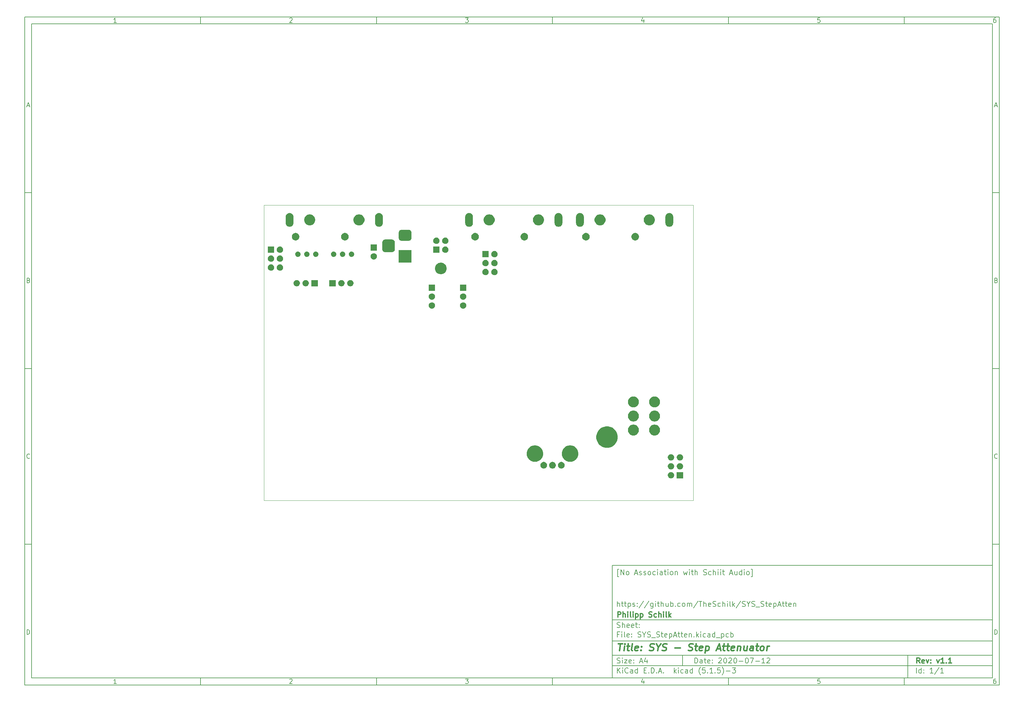
<source format=gbr>
G04 #@! TF.GenerationSoftware,KiCad,Pcbnew,(5.1.5)-3*
G04 #@! TF.CreationDate,2020-08-29T21:14:34+02:00*
G04 #@! TF.ProjectId,SYS_StepAtten,5359535f-5374-4657-9041-7474656e2e6b,v1.1*
G04 #@! TF.SameCoordinates,Original*
G04 #@! TF.FileFunction,Soldermask,Bot*
G04 #@! TF.FilePolarity,Negative*
%FSLAX46Y46*%
G04 Gerber Fmt 4.6, Leading zero omitted, Abs format (unit mm)*
G04 Created by KiCad (PCBNEW (5.1.5)-3) date 2020-08-29 21:14:34*
%MOMM*%
%LPD*%
G04 APERTURE LIST*
%ADD10C,0.100000*%
%ADD11C,0.150000*%
%ADD12C,0.300000*%
%ADD13C,0.400000*%
%ADD14C,0.050000*%
G04 APERTURE END LIST*
D10*
D11*
X177002200Y-166007200D02*
X177002200Y-198007200D01*
X285002200Y-198007200D01*
X285002200Y-166007200D01*
X177002200Y-166007200D01*
D10*
D11*
X10000000Y-10000000D02*
X10000000Y-200007200D01*
X287002200Y-200007200D01*
X287002200Y-10000000D01*
X10000000Y-10000000D01*
D10*
D11*
X12000000Y-12000000D02*
X12000000Y-198007200D01*
X285002200Y-198007200D01*
X285002200Y-12000000D01*
X12000000Y-12000000D01*
D10*
D11*
X60000000Y-12000000D02*
X60000000Y-10000000D01*
D10*
D11*
X110000000Y-12000000D02*
X110000000Y-10000000D01*
D10*
D11*
X160000000Y-12000000D02*
X160000000Y-10000000D01*
D10*
D11*
X210000000Y-12000000D02*
X210000000Y-10000000D01*
D10*
D11*
X260000000Y-12000000D02*
X260000000Y-10000000D01*
D10*
D11*
X36065476Y-11588095D02*
X35322619Y-11588095D01*
X35694047Y-11588095D02*
X35694047Y-10288095D01*
X35570238Y-10473809D01*
X35446428Y-10597619D01*
X35322619Y-10659523D01*
D10*
D11*
X85322619Y-10411904D02*
X85384523Y-10350000D01*
X85508333Y-10288095D01*
X85817857Y-10288095D01*
X85941666Y-10350000D01*
X86003571Y-10411904D01*
X86065476Y-10535714D01*
X86065476Y-10659523D01*
X86003571Y-10845238D01*
X85260714Y-11588095D01*
X86065476Y-11588095D01*
D10*
D11*
X135260714Y-10288095D02*
X136065476Y-10288095D01*
X135632142Y-10783333D01*
X135817857Y-10783333D01*
X135941666Y-10845238D01*
X136003571Y-10907142D01*
X136065476Y-11030952D01*
X136065476Y-11340476D01*
X136003571Y-11464285D01*
X135941666Y-11526190D01*
X135817857Y-11588095D01*
X135446428Y-11588095D01*
X135322619Y-11526190D01*
X135260714Y-11464285D01*
D10*
D11*
X185941666Y-10721428D02*
X185941666Y-11588095D01*
X185632142Y-10226190D02*
X185322619Y-11154761D01*
X186127380Y-11154761D01*
D10*
D11*
X236003571Y-10288095D02*
X235384523Y-10288095D01*
X235322619Y-10907142D01*
X235384523Y-10845238D01*
X235508333Y-10783333D01*
X235817857Y-10783333D01*
X235941666Y-10845238D01*
X236003571Y-10907142D01*
X236065476Y-11030952D01*
X236065476Y-11340476D01*
X236003571Y-11464285D01*
X235941666Y-11526190D01*
X235817857Y-11588095D01*
X235508333Y-11588095D01*
X235384523Y-11526190D01*
X235322619Y-11464285D01*
D10*
D11*
X285941666Y-10288095D02*
X285694047Y-10288095D01*
X285570238Y-10350000D01*
X285508333Y-10411904D01*
X285384523Y-10597619D01*
X285322619Y-10845238D01*
X285322619Y-11340476D01*
X285384523Y-11464285D01*
X285446428Y-11526190D01*
X285570238Y-11588095D01*
X285817857Y-11588095D01*
X285941666Y-11526190D01*
X286003571Y-11464285D01*
X286065476Y-11340476D01*
X286065476Y-11030952D01*
X286003571Y-10907142D01*
X285941666Y-10845238D01*
X285817857Y-10783333D01*
X285570238Y-10783333D01*
X285446428Y-10845238D01*
X285384523Y-10907142D01*
X285322619Y-11030952D01*
D10*
D11*
X60000000Y-198007200D02*
X60000000Y-200007200D01*
D10*
D11*
X110000000Y-198007200D02*
X110000000Y-200007200D01*
D10*
D11*
X160000000Y-198007200D02*
X160000000Y-200007200D01*
D10*
D11*
X210000000Y-198007200D02*
X210000000Y-200007200D01*
D10*
D11*
X260000000Y-198007200D02*
X260000000Y-200007200D01*
D10*
D11*
X36065476Y-199595295D02*
X35322619Y-199595295D01*
X35694047Y-199595295D02*
X35694047Y-198295295D01*
X35570238Y-198481009D01*
X35446428Y-198604819D01*
X35322619Y-198666723D01*
D10*
D11*
X85322619Y-198419104D02*
X85384523Y-198357200D01*
X85508333Y-198295295D01*
X85817857Y-198295295D01*
X85941666Y-198357200D01*
X86003571Y-198419104D01*
X86065476Y-198542914D01*
X86065476Y-198666723D01*
X86003571Y-198852438D01*
X85260714Y-199595295D01*
X86065476Y-199595295D01*
D10*
D11*
X135260714Y-198295295D02*
X136065476Y-198295295D01*
X135632142Y-198790533D01*
X135817857Y-198790533D01*
X135941666Y-198852438D01*
X136003571Y-198914342D01*
X136065476Y-199038152D01*
X136065476Y-199347676D01*
X136003571Y-199471485D01*
X135941666Y-199533390D01*
X135817857Y-199595295D01*
X135446428Y-199595295D01*
X135322619Y-199533390D01*
X135260714Y-199471485D01*
D10*
D11*
X185941666Y-198728628D02*
X185941666Y-199595295D01*
X185632142Y-198233390D02*
X185322619Y-199161961D01*
X186127380Y-199161961D01*
D10*
D11*
X236003571Y-198295295D02*
X235384523Y-198295295D01*
X235322619Y-198914342D01*
X235384523Y-198852438D01*
X235508333Y-198790533D01*
X235817857Y-198790533D01*
X235941666Y-198852438D01*
X236003571Y-198914342D01*
X236065476Y-199038152D01*
X236065476Y-199347676D01*
X236003571Y-199471485D01*
X235941666Y-199533390D01*
X235817857Y-199595295D01*
X235508333Y-199595295D01*
X235384523Y-199533390D01*
X235322619Y-199471485D01*
D10*
D11*
X285941666Y-198295295D02*
X285694047Y-198295295D01*
X285570238Y-198357200D01*
X285508333Y-198419104D01*
X285384523Y-198604819D01*
X285322619Y-198852438D01*
X285322619Y-199347676D01*
X285384523Y-199471485D01*
X285446428Y-199533390D01*
X285570238Y-199595295D01*
X285817857Y-199595295D01*
X285941666Y-199533390D01*
X286003571Y-199471485D01*
X286065476Y-199347676D01*
X286065476Y-199038152D01*
X286003571Y-198914342D01*
X285941666Y-198852438D01*
X285817857Y-198790533D01*
X285570238Y-198790533D01*
X285446428Y-198852438D01*
X285384523Y-198914342D01*
X285322619Y-199038152D01*
D10*
D11*
X10000000Y-60000000D02*
X12000000Y-60000000D01*
D10*
D11*
X10000000Y-110000000D02*
X12000000Y-110000000D01*
D10*
D11*
X10000000Y-160000000D02*
X12000000Y-160000000D01*
D10*
D11*
X10690476Y-35216666D02*
X11309523Y-35216666D01*
X10566666Y-35588095D02*
X11000000Y-34288095D01*
X11433333Y-35588095D01*
D10*
D11*
X11092857Y-84907142D02*
X11278571Y-84969047D01*
X11340476Y-85030952D01*
X11402380Y-85154761D01*
X11402380Y-85340476D01*
X11340476Y-85464285D01*
X11278571Y-85526190D01*
X11154761Y-85588095D01*
X10659523Y-85588095D01*
X10659523Y-84288095D01*
X11092857Y-84288095D01*
X11216666Y-84350000D01*
X11278571Y-84411904D01*
X11340476Y-84535714D01*
X11340476Y-84659523D01*
X11278571Y-84783333D01*
X11216666Y-84845238D01*
X11092857Y-84907142D01*
X10659523Y-84907142D01*
D10*
D11*
X11402380Y-135464285D02*
X11340476Y-135526190D01*
X11154761Y-135588095D01*
X11030952Y-135588095D01*
X10845238Y-135526190D01*
X10721428Y-135402380D01*
X10659523Y-135278571D01*
X10597619Y-135030952D01*
X10597619Y-134845238D01*
X10659523Y-134597619D01*
X10721428Y-134473809D01*
X10845238Y-134350000D01*
X11030952Y-134288095D01*
X11154761Y-134288095D01*
X11340476Y-134350000D01*
X11402380Y-134411904D01*
D10*
D11*
X10659523Y-185588095D02*
X10659523Y-184288095D01*
X10969047Y-184288095D01*
X11154761Y-184350000D01*
X11278571Y-184473809D01*
X11340476Y-184597619D01*
X11402380Y-184845238D01*
X11402380Y-185030952D01*
X11340476Y-185278571D01*
X11278571Y-185402380D01*
X11154761Y-185526190D01*
X10969047Y-185588095D01*
X10659523Y-185588095D01*
D10*
D11*
X287002200Y-60000000D02*
X285002200Y-60000000D01*
D10*
D11*
X287002200Y-110000000D02*
X285002200Y-110000000D01*
D10*
D11*
X287002200Y-160000000D02*
X285002200Y-160000000D01*
D10*
D11*
X285692676Y-35216666D02*
X286311723Y-35216666D01*
X285568866Y-35588095D02*
X286002200Y-34288095D01*
X286435533Y-35588095D01*
D10*
D11*
X286095057Y-84907142D02*
X286280771Y-84969047D01*
X286342676Y-85030952D01*
X286404580Y-85154761D01*
X286404580Y-85340476D01*
X286342676Y-85464285D01*
X286280771Y-85526190D01*
X286156961Y-85588095D01*
X285661723Y-85588095D01*
X285661723Y-84288095D01*
X286095057Y-84288095D01*
X286218866Y-84350000D01*
X286280771Y-84411904D01*
X286342676Y-84535714D01*
X286342676Y-84659523D01*
X286280771Y-84783333D01*
X286218866Y-84845238D01*
X286095057Y-84907142D01*
X285661723Y-84907142D01*
D10*
D11*
X286404580Y-135464285D02*
X286342676Y-135526190D01*
X286156961Y-135588095D01*
X286033152Y-135588095D01*
X285847438Y-135526190D01*
X285723628Y-135402380D01*
X285661723Y-135278571D01*
X285599819Y-135030952D01*
X285599819Y-134845238D01*
X285661723Y-134597619D01*
X285723628Y-134473809D01*
X285847438Y-134350000D01*
X286033152Y-134288095D01*
X286156961Y-134288095D01*
X286342676Y-134350000D01*
X286404580Y-134411904D01*
D10*
D11*
X285661723Y-185588095D02*
X285661723Y-184288095D01*
X285971247Y-184288095D01*
X286156961Y-184350000D01*
X286280771Y-184473809D01*
X286342676Y-184597619D01*
X286404580Y-184845238D01*
X286404580Y-185030952D01*
X286342676Y-185278571D01*
X286280771Y-185402380D01*
X286156961Y-185526190D01*
X285971247Y-185588095D01*
X285661723Y-185588095D01*
D10*
D11*
X200434342Y-193785771D02*
X200434342Y-192285771D01*
X200791485Y-192285771D01*
X201005771Y-192357200D01*
X201148628Y-192500057D01*
X201220057Y-192642914D01*
X201291485Y-192928628D01*
X201291485Y-193142914D01*
X201220057Y-193428628D01*
X201148628Y-193571485D01*
X201005771Y-193714342D01*
X200791485Y-193785771D01*
X200434342Y-193785771D01*
X202577200Y-193785771D02*
X202577200Y-193000057D01*
X202505771Y-192857200D01*
X202362914Y-192785771D01*
X202077200Y-192785771D01*
X201934342Y-192857200D01*
X202577200Y-193714342D02*
X202434342Y-193785771D01*
X202077200Y-193785771D01*
X201934342Y-193714342D01*
X201862914Y-193571485D01*
X201862914Y-193428628D01*
X201934342Y-193285771D01*
X202077200Y-193214342D01*
X202434342Y-193214342D01*
X202577200Y-193142914D01*
X203077200Y-192785771D02*
X203648628Y-192785771D01*
X203291485Y-192285771D02*
X203291485Y-193571485D01*
X203362914Y-193714342D01*
X203505771Y-193785771D01*
X203648628Y-193785771D01*
X204720057Y-193714342D02*
X204577200Y-193785771D01*
X204291485Y-193785771D01*
X204148628Y-193714342D01*
X204077200Y-193571485D01*
X204077200Y-193000057D01*
X204148628Y-192857200D01*
X204291485Y-192785771D01*
X204577200Y-192785771D01*
X204720057Y-192857200D01*
X204791485Y-193000057D01*
X204791485Y-193142914D01*
X204077200Y-193285771D01*
X205434342Y-193642914D02*
X205505771Y-193714342D01*
X205434342Y-193785771D01*
X205362914Y-193714342D01*
X205434342Y-193642914D01*
X205434342Y-193785771D01*
X205434342Y-192857200D02*
X205505771Y-192928628D01*
X205434342Y-193000057D01*
X205362914Y-192928628D01*
X205434342Y-192857200D01*
X205434342Y-193000057D01*
X207220057Y-192428628D02*
X207291485Y-192357200D01*
X207434342Y-192285771D01*
X207791485Y-192285771D01*
X207934342Y-192357200D01*
X208005771Y-192428628D01*
X208077200Y-192571485D01*
X208077200Y-192714342D01*
X208005771Y-192928628D01*
X207148628Y-193785771D01*
X208077200Y-193785771D01*
X209005771Y-192285771D02*
X209148628Y-192285771D01*
X209291485Y-192357200D01*
X209362914Y-192428628D01*
X209434342Y-192571485D01*
X209505771Y-192857200D01*
X209505771Y-193214342D01*
X209434342Y-193500057D01*
X209362914Y-193642914D01*
X209291485Y-193714342D01*
X209148628Y-193785771D01*
X209005771Y-193785771D01*
X208862914Y-193714342D01*
X208791485Y-193642914D01*
X208720057Y-193500057D01*
X208648628Y-193214342D01*
X208648628Y-192857200D01*
X208720057Y-192571485D01*
X208791485Y-192428628D01*
X208862914Y-192357200D01*
X209005771Y-192285771D01*
X210077200Y-192428628D02*
X210148628Y-192357200D01*
X210291485Y-192285771D01*
X210648628Y-192285771D01*
X210791485Y-192357200D01*
X210862914Y-192428628D01*
X210934342Y-192571485D01*
X210934342Y-192714342D01*
X210862914Y-192928628D01*
X210005771Y-193785771D01*
X210934342Y-193785771D01*
X211862914Y-192285771D02*
X212005771Y-192285771D01*
X212148628Y-192357200D01*
X212220057Y-192428628D01*
X212291485Y-192571485D01*
X212362914Y-192857200D01*
X212362914Y-193214342D01*
X212291485Y-193500057D01*
X212220057Y-193642914D01*
X212148628Y-193714342D01*
X212005771Y-193785771D01*
X211862914Y-193785771D01*
X211720057Y-193714342D01*
X211648628Y-193642914D01*
X211577200Y-193500057D01*
X211505771Y-193214342D01*
X211505771Y-192857200D01*
X211577200Y-192571485D01*
X211648628Y-192428628D01*
X211720057Y-192357200D01*
X211862914Y-192285771D01*
X213005771Y-193214342D02*
X214148628Y-193214342D01*
X215148628Y-192285771D02*
X215291485Y-192285771D01*
X215434342Y-192357200D01*
X215505771Y-192428628D01*
X215577200Y-192571485D01*
X215648628Y-192857200D01*
X215648628Y-193214342D01*
X215577200Y-193500057D01*
X215505771Y-193642914D01*
X215434342Y-193714342D01*
X215291485Y-193785771D01*
X215148628Y-193785771D01*
X215005771Y-193714342D01*
X214934342Y-193642914D01*
X214862914Y-193500057D01*
X214791485Y-193214342D01*
X214791485Y-192857200D01*
X214862914Y-192571485D01*
X214934342Y-192428628D01*
X215005771Y-192357200D01*
X215148628Y-192285771D01*
X216148628Y-192285771D02*
X217148628Y-192285771D01*
X216505771Y-193785771D01*
X217720057Y-193214342D02*
X218862914Y-193214342D01*
X220362914Y-193785771D02*
X219505771Y-193785771D01*
X219934342Y-193785771D02*
X219934342Y-192285771D01*
X219791485Y-192500057D01*
X219648628Y-192642914D01*
X219505771Y-192714342D01*
X220934342Y-192428628D02*
X221005771Y-192357200D01*
X221148628Y-192285771D01*
X221505771Y-192285771D01*
X221648628Y-192357200D01*
X221720057Y-192428628D01*
X221791485Y-192571485D01*
X221791485Y-192714342D01*
X221720057Y-192928628D01*
X220862914Y-193785771D01*
X221791485Y-193785771D01*
D10*
D11*
X177002200Y-194507200D02*
X285002200Y-194507200D01*
D10*
D11*
X178434342Y-196585771D02*
X178434342Y-195085771D01*
X179291485Y-196585771D02*
X178648628Y-195728628D01*
X179291485Y-195085771D02*
X178434342Y-195942914D01*
X179934342Y-196585771D02*
X179934342Y-195585771D01*
X179934342Y-195085771D02*
X179862914Y-195157200D01*
X179934342Y-195228628D01*
X180005771Y-195157200D01*
X179934342Y-195085771D01*
X179934342Y-195228628D01*
X181505771Y-196442914D02*
X181434342Y-196514342D01*
X181220057Y-196585771D01*
X181077200Y-196585771D01*
X180862914Y-196514342D01*
X180720057Y-196371485D01*
X180648628Y-196228628D01*
X180577200Y-195942914D01*
X180577200Y-195728628D01*
X180648628Y-195442914D01*
X180720057Y-195300057D01*
X180862914Y-195157200D01*
X181077200Y-195085771D01*
X181220057Y-195085771D01*
X181434342Y-195157200D01*
X181505771Y-195228628D01*
X182791485Y-196585771D02*
X182791485Y-195800057D01*
X182720057Y-195657200D01*
X182577200Y-195585771D01*
X182291485Y-195585771D01*
X182148628Y-195657200D01*
X182791485Y-196514342D02*
X182648628Y-196585771D01*
X182291485Y-196585771D01*
X182148628Y-196514342D01*
X182077200Y-196371485D01*
X182077200Y-196228628D01*
X182148628Y-196085771D01*
X182291485Y-196014342D01*
X182648628Y-196014342D01*
X182791485Y-195942914D01*
X184148628Y-196585771D02*
X184148628Y-195085771D01*
X184148628Y-196514342D02*
X184005771Y-196585771D01*
X183720057Y-196585771D01*
X183577200Y-196514342D01*
X183505771Y-196442914D01*
X183434342Y-196300057D01*
X183434342Y-195871485D01*
X183505771Y-195728628D01*
X183577200Y-195657200D01*
X183720057Y-195585771D01*
X184005771Y-195585771D01*
X184148628Y-195657200D01*
X186005771Y-195800057D02*
X186505771Y-195800057D01*
X186720057Y-196585771D02*
X186005771Y-196585771D01*
X186005771Y-195085771D01*
X186720057Y-195085771D01*
X187362914Y-196442914D02*
X187434342Y-196514342D01*
X187362914Y-196585771D01*
X187291485Y-196514342D01*
X187362914Y-196442914D01*
X187362914Y-196585771D01*
X188077200Y-196585771D02*
X188077200Y-195085771D01*
X188434342Y-195085771D01*
X188648628Y-195157200D01*
X188791485Y-195300057D01*
X188862914Y-195442914D01*
X188934342Y-195728628D01*
X188934342Y-195942914D01*
X188862914Y-196228628D01*
X188791485Y-196371485D01*
X188648628Y-196514342D01*
X188434342Y-196585771D01*
X188077200Y-196585771D01*
X189577200Y-196442914D02*
X189648628Y-196514342D01*
X189577200Y-196585771D01*
X189505771Y-196514342D01*
X189577200Y-196442914D01*
X189577200Y-196585771D01*
X190220057Y-196157200D02*
X190934342Y-196157200D01*
X190077200Y-196585771D02*
X190577200Y-195085771D01*
X191077200Y-196585771D01*
X191577200Y-196442914D02*
X191648628Y-196514342D01*
X191577200Y-196585771D01*
X191505771Y-196514342D01*
X191577200Y-196442914D01*
X191577200Y-196585771D01*
X194577200Y-196585771D02*
X194577200Y-195085771D01*
X194720057Y-196014342D02*
X195148628Y-196585771D01*
X195148628Y-195585771D02*
X194577200Y-196157200D01*
X195791485Y-196585771D02*
X195791485Y-195585771D01*
X195791485Y-195085771D02*
X195720057Y-195157200D01*
X195791485Y-195228628D01*
X195862914Y-195157200D01*
X195791485Y-195085771D01*
X195791485Y-195228628D01*
X197148628Y-196514342D02*
X197005771Y-196585771D01*
X196720057Y-196585771D01*
X196577200Y-196514342D01*
X196505771Y-196442914D01*
X196434342Y-196300057D01*
X196434342Y-195871485D01*
X196505771Y-195728628D01*
X196577200Y-195657200D01*
X196720057Y-195585771D01*
X197005771Y-195585771D01*
X197148628Y-195657200D01*
X198434342Y-196585771D02*
X198434342Y-195800057D01*
X198362914Y-195657200D01*
X198220057Y-195585771D01*
X197934342Y-195585771D01*
X197791485Y-195657200D01*
X198434342Y-196514342D02*
X198291485Y-196585771D01*
X197934342Y-196585771D01*
X197791485Y-196514342D01*
X197720057Y-196371485D01*
X197720057Y-196228628D01*
X197791485Y-196085771D01*
X197934342Y-196014342D01*
X198291485Y-196014342D01*
X198434342Y-195942914D01*
X199791485Y-196585771D02*
X199791485Y-195085771D01*
X199791485Y-196514342D02*
X199648628Y-196585771D01*
X199362914Y-196585771D01*
X199220057Y-196514342D01*
X199148628Y-196442914D01*
X199077200Y-196300057D01*
X199077200Y-195871485D01*
X199148628Y-195728628D01*
X199220057Y-195657200D01*
X199362914Y-195585771D01*
X199648628Y-195585771D01*
X199791485Y-195657200D01*
X202077200Y-197157200D02*
X202005771Y-197085771D01*
X201862914Y-196871485D01*
X201791485Y-196728628D01*
X201720057Y-196514342D01*
X201648628Y-196157200D01*
X201648628Y-195871485D01*
X201720057Y-195514342D01*
X201791485Y-195300057D01*
X201862914Y-195157200D01*
X202005771Y-194942914D01*
X202077200Y-194871485D01*
X203362914Y-195085771D02*
X202648628Y-195085771D01*
X202577200Y-195800057D01*
X202648628Y-195728628D01*
X202791485Y-195657200D01*
X203148628Y-195657200D01*
X203291485Y-195728628D01*
X203362914Y-195800057D01*
X203434342Y-195942914D01*
X203434342Y-196300057D01*
X203362914Y-196442914D01*
X203291485Y-196514342D01*
X203148628Y-196585771D01*
X202791485Y-196585771D01*
X202648628Y-196514342D01*
X202577200Y-196442914D01*
X204077200Y-196442914D02*
X204148628Y-196514342D01*
X204077200Y-196585771D01*
X204005771Y-196514342D01*
X204077200Y-196442914D01*
X204077200Y-196585771D01*
X205577200Y-196585771D02*
X204720057Y-196585771D01*
X205148628Y-196585771D02*
X205148628Y-195085771D01*
X205005771Y-195300057D01*
X204862914Y-195442914D01*
X204720057Y-195514342D01*
X206220057Y-196442914D02*
X206291485Y-196514342D01*
X206220057Y-196585771D01*
X206148628Y-196514342D01*
X206220057Y-196442914D01*
X206220057Y-196585771D01*
X207648628Y-195085771D02*
X206934342Y-195085771D01*
X206862914Y-195800057D01*
X206934342Y-195728628D01*
X207077200Y-195657200D01*
X207434342Y-195657200D01*
X207577200Y-195728628D01*
X207648628Y-195800057D01*
X207720057Y-195942914D01*
X207720057Y-196300057D01*
X207648628Y-196442914D01*
X207577200Y-196514342D01*
X207434342Y-196585771D01*
X207077200Y-196585771D01*
X206934342Y-196514342D01*
X206862914Y-196442914D01*
X208220057Y-197157200D02*
X208291485Y-197085771D01*
X208434342Y-196871485D01*
X208505771Y-196728628D01*
X208577200Y-196514342D01*
X208648628Y-196157200D01*
X208648628Y-195871485D01*
X208577200Y-195514342D01*
X208505771Y-195300057D01*
X208434342Y-195157200D01*
X208291485Y-194942914D01*
X208220057Y-194871485D01*
X209362914Y-196014342D02*
X210505771Y-196014342D01*
X211077200Y-195085771D02*
X212005771Y-195085771D01*
X211505771Y-195657200D01*
X211720057Y-195657200D01*
X211862914Y-195728628D01*
X211934342Y-195800057D01*
X212005771Y-195942914D01*
X212005771Y-196300057D01*
X211934342Y-196442914D01*
X211862914Y-196514342D01*
X211720057Y-196585771D01*
X211291485Y-196585771D01*
X211148628Y-196514342D01*
X211077200Y-196442914D01*
D10*
D11*
X177002200Y-191507200D02*
X285002200Y-191507200D01*
D10*
D12*
X264411485Y-193785771D02*
X263911485Y-193071485D01*
X263554342Y-193785771D02*
X263554342Y-192285771D01*
X264125771Y-192285771D01*
X264268628Y-192357200D01*
X264340057Y-192428628D01*
X264411485Y-192571485D01*
X264411485Y-192785771D01*
X264340057Y-192928628D01*
X264268628Y-193000057D01*
X264125771Y-193071485D01*
X263554342Y-193071485D01*
X265625771Y-193714342D02*
X265482914Y-193785771D01*
X265197200Y-193785771D01*
X265054342Y-193714342D01*
X264982914Y-193571485D01*
X264982914Y-193000057D01*
X265054342Y-192857200D01*
X265197200Y-192785771D01*
X265482914Y-192785771D01*
X265625771Y-192857200D01*
X265697200Y-193000057D01*
X265697200Y-193142914D01*
X264982914Y-193285771D01*
X266197200Y-192785771D02*
X266554342Y-193785771D01*
X266911485Y-192785771D01*
X267482914Y-193642914D02*
X267554342Y-193714342D01*
X267482914Y-193785771D01*
X267411485Y-193714342D01*
X267482914Y-193642914D01*
X267482914Y-193785771D01*
X267482914Y-192857200D02*
X267554342Y-192928628D01*
X267482914Y-193000057D01*
X267411485Y-192928628D01*
X267482914Y-192857200D01*
X267482914Y-193000057D01*
X269197200Y-192785771D02*
X269554342Y-193785771D01*
X269911485Y-192785771D01*
X271268628Y-193785771D02*
X270411485Y-193785771D01*
X270840057Y-193785771D02*
X270840057Y-192285771D01*
X270697200Y-192500057D01*
X270554342Y-192642914D01*
X270411485Y-192714342D01*
X271911485Y-193642914D02*
X271982914Y-193714342D01*
X271911485Y-193785771D01*
X271840057Y-193714342D01*
X271911485Y-193642914D01*
X271911485Y-193785771D01*
X273411485Y-193785771D02*
X272554342Y-193785771D01*
X272982914Y-193785771D02*
X272982914Y-192285771D01*
X272840057Y-192500057D01*
X272697200Y-192642914D01*
X272554342Y-192714342D01*
D10*
D11*
X178362914Y-193714342D02*
X178577200Y-193785771D01*
X178934342Y-193785771D01*
X179077200Y-193714342D01*
X179148628Y-193642914D01*
X179220057Y-193500057D01*
X179220057Y-193357200D01*
X179148628Y-193214342D01*
X179077200Y-193142914D01*
X178934342Y-193071485D01*
X178648628Y-193000057D01*
X178505771Y-192928628D01*
X178434342Y-192857200D01*
X178362914Y-192714342D01*
X178362914Y-192571485D01*
X178434342Y-192428628D01*
X178505771Y-192357200D01*
X178648628Y-192285771D01*
X179005771Y-192285771D01*
X179220057Y-192357200D01*
X179862914Y-193785771D02*
X179862914Y-192785771D01*
X179862914Y-192285771D02*
X179791485Y-192357200D01*
X179862914Y-192428628D01*
X179934342Y-192357200D01*
X179862914Y-192285771D01*
X179862914Y-192428628D01*
X180434342Y-192785771D02*
X181220057Y-192785771D01*
X180434342Y-193785771D01*
X181220057Y-193785771D01*
X182362914Y-193714342D02*
X182220057Y-193785771D01*
X181934342Y-193785771D01*
X181791485Y-193714342D01*
X181720057Y-193571485D01*
X181720057Y-193000057D01*
X181791485Y-192857200D01*
X181934342Y-192785771D01*
X182220057Y-192785771D01*
X182362914Y-192857200D01*
X182434342Y-193000057D01*
X182434342Y-193142914D01*
X181720057Y-193285771D01*
X183077200Y-193642914D02*
X183148628Y-193714342D01*
X183077200Y-193785771D01*
X183005771Y-193714342D01*
X183077200Y-193642914D01*
X183077200Y-193785771D01*
X183077200Y-192857200D02*
X183148628Y-192928628D01*
X183077200Y-193000057D01*
X183005771Y-192928628D01*
X183077200Y-192857200D01*
X183077200Y-193000057D01*
X184862914Y-193357200D02*
X185577200Y-193357200D01*
X184720057Y-193785771D02*
X185220057Y-192285771D01*
X185720057Y-193785771D01*
X186862914Y-192785771D02*
X186862914Y-193785771D01*
X186505771Y-192214342D02*
X186148628Y-193285771D01*
X187077200Y-193285771D01*
D10*
D11*
X263434342Y-196585771D02*
X263434342Y-195085771D01*
X264791485Y-196585771D02*
X264791485Y-195085771D01*
X264791485Y-196514342D02*
X264648628Y-196585771D01*
X264362914Y-196585771D01*
X264220057Y-196514342D01*
X264148628Y-196442914D01*
X264077200Y-196300057D01*
X264077200Y-195871485D01*
X264148628Y-195728628D01*
X264220057Y-195657200D01*
X264362914Y-195585771D01*
X264648628Y-195585771D01*
X264791485Y-195657200D01*
X265505771Y-196442914D02*
X265577200Y-196514342D01*
X265505771Y-196585771D01*
X265434342Y-196514342D01*
X265505771Y-196442914D01*
X265505771Y-196585771D01*
X265505771Y-195657200D02*
X265577200Y-195728628D01*
X265505771Y-195800057D01*
X265434342Y-195728628D01*
X265505771Y-195657200D01*
X265505771Y-195800057D01*
X268148628Y-196585771D02*
X267291485Y-196585771D01*
X267720057Y-196585771D02*
X267720057Y-195085771D01*
X267577200Y-195300057D01*
X267434342Y-195442914D01*
X267291485Y-195514342D01*
X269862914Y-195014342D02*
X268577200Y-196942914D01*
X271148628Y-196585771D02*
X270291485Y-196585771D01*
X270720057Y-196585771D02*
X270720057Y-195085771D01*
X270577200Y-195300057D01*
X270434342Y-195442914D01*
X270291485Y-195514342D01*
D10*
D11*
X177002200Y-187507200D02*
X285002200Y-187507200D01*
D10*
D13*
X178714580Y-188211961D02*
X179857438Y-188211961D01*
X179036009Y-190211961D02*
X179286009Y-188211961D01*
X180274104Y-190211961D02*
X180440771Y-188878628D01*
X180524104Y-188211961D02*
X180416961Y-188307200D01*
X180500295Y-188402438D01*
X180607438Y-188307200D01*
X180524104Y-188211961D01*
X180500295Y-188402438D01*
X181107438Y-188878628D02*
X181869342Y-188878628D01*
X181476485Y-188211961D02*
X181262200Y-189926247D01*
X181333628Y-190116723D01*
X181512200Y-190211961D01*
X181702676Y-190211961D01*
X182655057Y-190211961D02*
X182476485Y-190116723D01*
X182405057Y-189926247D01*
X182619342Y-188211961D01*
X184190771Y-190116723D02*
X183988390Y-190211961D01*
X183607438Y-190211961D01*
X183428866Y-190116723D01*
X183357438Y-189926247D01*
X183452676Y-189164342D01*
X183571723Y-188973866D01*
X183774104Y-188878628D01*
X184155057Y-188878628D01*
X184333628Y-188973866D01*
X184405057Y-189164342D01*
X184381247Y-189354819D01*
X183405057Y-189545295D01*
X185155057Y-190021485D02*
X185238390Y-190116723D01*
X185131247Y-190211961D01*
X185047914Y-190116723D01*
X185155057Y-190021485D01*
X185131247Y-190211961D01*
X185286009Y-188973866D02*
X185369342Y-189069104D01*
X185262200Y-189164342D01*
X185178866Y-189069104D01*
X185286009Y-188973866D01*
X185262200Y-189164342D01*
X187524104Y-190116723D02*
X187797914Y-190211961D01*
X188274104Y-190211961D01*
X188476485Y-190116723D01*
X188583628Y-190021485D01*
X188702676Y-189831009D01*
X188726485Y-189640533D01*
X188655057Y-189450057D01*
X188571723Y-189354819D01*
X188393152Y-189259580D01*
X188024104Y-189164342D01*
X187845533Y-189069104D01*
X187762200Y-188973866D01*
X187690771Y-188783390D01*
X187714580Y-188592914D01*
X187833628Y-188402438D01*
X187940771Y-188307200D01*
X188143152Y-188211961D01*
X188619342Y-188211961D01*
X188893152Y-188307200D01*
X190012200Y-189259580D02*
X189893152Y-190211961D01*
X189476485Y-188211961D02*
X190012200Y-189259580D01*
X190809819Y-188211961D01*
X191143152Y-190116723D02*
X191416961Y-190211961D01*
X191893152Y-190211961D01*
X192095533Y-190116723D01*
X192202676Y-190021485D01*
X192321723Y-189831009D01*
X192345533Y-189640533D01*
X192274104Y-189450057D01*
X192190771Y-189354819D01*
X192012200Y-189259580D01*
X191643152Y-189164342D01*
X191464580Y-189069104D01*
X191381247Y-188973866D01*
X191309819Y-188783390D01*
X191333628Y-188592914D01*
X191452676Y-188402438D01*
X191559819Y-188307200D01*
X191762200Y-188211961D01*
X192238390Y-188211961D01*
X192512200Y-188307200D01*
X194750295Y-189450057D02*
X196274104Y-189450057D01*
X198571723Y-190116723D02*
X198845533Y-190211961D01*
X199321723Y-190211961D01*
X199524104Y-190116723D01*
X199631247Y-190021485D01*
X199750295Y-189831009D01*
X199774104Y-189640533D01*
X199702676Y-189450057D01*
X199619342Y-189354819D01*
X199440771Y-189259580D01*
X199071723Y-189164342D01*
X198893152Y-189069104D01*
X198809819Y-188973866D01*
X198738390Y-188783390D01*
X198762200Y-188592914D01*
X198881247Y-188402438D01*
X198988390Y-188307200D01*
X199190771Y-188211961D01*
X199666961Y-188211961D01*
X199940771Y-188307200D01*
X200440771Y-188878628D02*
X201202676Y-188878628D01*
X200809819Y-188211961D02*
X200595533Y-189926247D01*
X200666961Y-190116723D01*
X200845533Y-190211961D01*
X201036009Y-190211961D01*
X202476485Y-190116723D02*
X202274104Y-190211961D01*
X201893152Y-190211961D01*
X201714580Y-190116723D01*
X201643152Y-189926247D01*
X201738390Y-189164342D01*
X201857438Y-188973866D01*
X202059819Y-188878628D01*
X202440771Y-188878628D01*
X202619342Y-188973866D01*
X202690771Y-189164342D01*
X202666961Y-189354819D01*
X201690771Y-189545295D01*
X203583628Y-188878628D02*
X203333628Y-190878628D01*
X203571723Y-188973866D02*
X203774104Y-188878628D01*
X204155057Y-188878628D01*
X204333628Y-188973866D01*
X204416961Y-189069104D01*
X204488390Y-189259580D01*
X204416961Y-189831009D01*
X204297914Y-190021485D01*
X204190771Y-190116723D01*
X203988390Y-190211961D01*
X203607438Y-190211961D01*
X203428866Y-190116723D01*
X206726485Y-189640533D02*
X207678866Y-189640533D01*
X206464580Y-190211961D02*
X207381247Y-188211961D01*
X207797914Y-190211961D01*
X208345533Y-188878628D02*
X209107438Y-188878628D01*
X208714580Y-188211961D02*
X208500295Y-189926247D01*
X208571723Y-190116723D01*
X208750295Y-190211961D01*
X208940771Y-190211961D01*
X209488390Y-188878628D02*
X210250295Y-188878628D01*
X209857438Y-188211961D02*
X209643152Y-189926247D01*
X209714580Y-190116723D01*
X209893152Y-190211961D01*
X210083628Y-190211961D01*
X211524104Y-190116723D02*
X211321723Y-190211961D01*
X210940771Y-190211961D01*
X210762200Y-190116723D01*
X210690771Y-189926247D01*
X210786009Y-189164342D01*
X210905057Y-188973866D01*
X211107438Y-188878628D01*
X211488390Y-188878628D01*
X211666961Y-188973866D01*
X211738390Y-189164342D01*
X211714580Y-189354819D01*
X210738390Y-189545295D01*
X212631247Y-188878628D02*
X212464580Y-190211961D01*
X212607438Y-189069104D02*
X212714580Y-188973866D01*
X212916961Y-188878628D01*
X213202676Y-188878628D01*
X213381247Y-188973866D01*
X213452676Y-189164342D01*
X213321723Y-190211961D01*
X215297914Y-188878628D02*
X215131247Y-190211961D01*
X214440771Y-188878628D02*
X214309819Y-189926247D01*
X214381247Y-190116723D01*
X214559819Y-190211961D01*
X214845533Y-190211961D01*
X215047914Y-190116723D01*
X215155057Y-190021485D01*
X216940771Y-190211961D02*
X217071723Y-189164342D01*
X217000295Y-188973866D01*
X216821723Y-188878628D01*
X216440771Y-188878628D01*
X216238390Y-188973866D01*
X216952676Y-190116723D02*
X216750295Y-190211961D01*
X216274104Y-190211961D01*
X216095533Y-190116723D01*
X216024104Y-189926247D01*
X216047914Y-189735771D01*
X216166961Y-189545295D01*
X216369342Y-189450057D01*
X216845533Y-189450057D01*
X217047914Y-189354819D01*
X217774104Y-188878628D02*
X218536009Y-188878628D01*
X218143152Y-188211961D02*
X217928866Y-189926247D01*
X218000295Y-190116723D01*
X218178866Y-190211961D01*
X218369342Y-190211961D01*
X219321723Y-190211961D02*
X219143152Y-190116723D01*
X219059819Y-190021485D01*
X218988390Y-189831009D01*
X219059819Y-189259580D01*
X219178866Y-189069104D01*
X219286009Y-188973866D01*
X219488390Y-188878628D01*
X219774104Y-188878628D01*
X219952676Y-188973866D01*
X220036009Y-189069104D01*
X220107438Y-189259580D01*
X220036009Y-189831009D01*
X219916961Y-190021485D01*
X219809819Y-190116723D01*
X219607438Y-190211961D01*
X219321723Y-190211961D01*
X220845533Y-190211961D02*
X221012199Y-188878628D01*
X220964580Y-189259580D02*
X221083628Y-189069104D01*
X221190771Y-188973866D01*
X221393152Y-188878628D01*
X221583628Y-188878628D01*
D10*
D11*
X178934342Y-185600057D02*
X178434342Y-185600057D01*
X178434342Y-186385771D02*
X178434342Y-184885771D01*
X179148628Y-184885771D01*
X179720057Y-186385771D02*
X179720057Y-185385771D01*
X179720057Y-184885771D02*
X179648628Y-184957200D01*
X179720057Y-185028628D01*
X179791485Y-184957200D01*
X179720057Y-184885771D01*
X179720057Y-185028628D01*
X180648628Y-186385771D02*
X180505771Y-186314342D01*
X180434342Y-186171485D01*
X180434342Y-184885771D01*
X181791485Y-186314342D02*
X181648628Y-186385771D01*
X181362914Y-186385771D01*
X181220057Y-186314342D01*
X181148628Y-186171485D01*
X181148628Y-185600057D01*
X181220057Y-185457200D01*
X181362914Y-185385771D01*
X181648628Y-185385771D01*
X181791485Y-185457200D01*
X181862914Y-185600057D01*
X181862914Y-185742914D01*
X181148628Y-185885771D01*
X182505771Y-186242914D02*
X182577200Y-186314342D01*
X182505771Y-186385771D01*
X182434342Y-186314342D01*
X182505771Y-186242914D01*
X182505771Y-186385771D01*
X182505771Y-185457200D02*
X182577200Y-185528628D01*
X182505771Y-185600057D01*
X182434342Y-185528628D01*
X182505771Y-185457200D01*
X182505771Y-185600057D01*
X184291485Y-186314342D02*
X184505771Y-186385771D01*
X184862914Y-186385771D01*
X185005771Y-186314342D01*
X185077200Y-186242914D01*
X185148628Y-186100057D01*
X185148628Y-185957200D01*
X185077200Y-185814342D01*
X185005771Y-185742914D01*
X184862914Y-185671485D01*
X184577200Y-185600057D01*
X184434342Y-185528628D01*
X184362914Y-185457200D01*
X184291485Y-185314342D01*
X184291485Y-185171485D01*
X184362914Y-185028628D01*
X184434342Y-184957200D01*
X184577200Y-184885771D01*
X184934342Y-184885771D01*
X185148628Y-184957200D01*
X186077200Y-185671485D02*
X186077200Y-186385771D01*
X185577200Y-184885771D02*
X186077200Y-185671485D01*
X186577200Y-184885771D01*
X187005771Y-186314342D02*
X187220057Y-186385771D01*
X187577200Y-186385771D01*
X187720057Y-186314342D01*
X187791485Y-186242914D01*
X187862914Y-186100057D01*
X187862914Y-185957200D01*
X187791485Y-185814342D01*
X187720057Y-185742914D01*
X187577200Y-185671485D01*
X187291485Y-185600057D01*
X187148628Y-185528628D01*
X187077200Y-185457200D01*
X187005771Y-185314342D01*
X187005771Y-185171485D01*
X187077200Y-185028628D01*
X187148628Y-184957200D01*
X187291485Y-184885771D01*
X187648628Y-184885771D01*
X187862914Y-184957200D01*
X188148628Y-186528628D02*
X189291485Y-186528628D01*
X189577200Y-186314342D02*
X189791485Y-186385771D01*
X190148628Y-186385771D01*
X190291485Y-186314342D01*
X190362914Y-186242914D01*
X190434342Y-186100057D01*
X190434342Y-185957200D01*
X190362914Y-185814342D01*
X190291485Y-185742914D01*
X190148628Y-185671485D01*
X189862914Y-185600057D01*
X189720057Y-185528628D01*
X189648628Y-185457200D01*
X189577200Y-185314342D01*
X189577200Y-185171485D01*
X189648628Y-185028628D01*
X189720057Y-184957200D01*
X189862914Y-184885771D01*
X190220057Y-184885771D01*
X190434342Y-184957200D01*
X190862914Y-185385771D02*
X191434342Y-185385771D01*
X191077200Y-184885771D02*
X191077200Y-186171485D01*
X191148628Y-186314342D01*
X191291485Y-186385771D01*
X191434342Y-186385771D01*
X192505771Y-186314342D02*
X192362914Y-186385771D01*
X192077200Y-186385771D01*
X191934342Y-186314342D01*
X191862914Y-186171485D01*
X191862914Y-185600057D01*
X191934342Y-185457200D01*
X192077200Y-185385771D01*
X192362914Y-185385771D01*
X192505771Y-185457200D01*
X192577200Y-185600057D01*
X192577200Y-185742914D01*
X191862914Y-185885771D01*
X193220057Y-185385771D02*
X193220057Y-186885771D01*
X193220057Y-185457200D02*
X193362914Y-185385771D01*
X193648628Y-185385771D01*
X193791485Y-185457200D01*
X193862914Y-185528628D01*
X193934342Y-185671485D01*
X193934342Y-186100057D01*
X193862914Y-186242914D01*
X193791485Y-186314342D01*
X193648628Y-186385771D01*
X193362914Y-186385771D01*
X193220057Y-186314342D01*
X194505771Y-185957200D02*
X195220057Y-185957200D01*
X194362914Y-186385771D02*
X194862914Y-184885771D01*
X195362914Y-186385771D01*
X195648628Y-185385771D02*
X196220057Y-185385771D01*
X195862914Y-184885771D02*
X195862914Y-186171485D01*
X195934342Y-186314342D01*
X196077200Y-186385771D01*
X196220057Y-186385771D01*
X196505771Y-185385771D02*
X197077200Y-185385771D01*
X196720057Y-184885771D02*
X196720057Y-186171485D01*
X196791485Y-186314342D01*
X196934342Y-186385771D01*
X197077200Y-186385771D01*
X198148628Y-186314342D02*
X198005771Y-186385771D01*
X197720057Y-186385771D01*
X197577200Y-186314342D01*
X197505771Y-186171485D01*
X197505771Y-185600057D01*
X197577200Y-185457200D01*
X197720057Y-185385771D01*
X198005771Y-185385771D01*
X198148628Y-185457200D01*
X198220057Y-185600057D01*
X198220057Y-185742914D01*
X197505771Y-185885771D01*
X198862914Y-185385771D02*
X198862914Y-186385771D01*
X198862914Y-185528628D02*
X198934342Y-185457200D01*
X199077200Y-185385771D01*
X199291485Y-185385771D01*
X199434342Y-185457200D01*
X199505771Y-185600057D01*
X199505771Y-186385771D01*
X200220057Y-186242914D02*
X200291485Y-186314342D01*
X200220057Y-186385771D01*
X200148628Y-186314342D01*
X200220057Y-186242914D01*
X200220057Y-186385771D01*
X200934342Y-186385771D02*
X200934342Y-184885771D01*
X201077200Y-185814342D02*
X201505771Y-186385771D01*
X201505771Y-185385771D02*
X200934342Y-185957200D01*
X202148628Y-186385771D02*
X202148628Y-185385771D01*
X202148628Y-184885771D02*
X202077200Y-184957200D01*
X202148628Y-185028628D01*
X202220057Y-184957200D01*
X202148628Y-184885771D01*
X202148628Y-185028628D01*
X203505771Y-186314342D02*
X203362914Y-186385771D01*
X203077200Y-186385771D01*
X202934342Y-186314342D01*
X202862914Y-186242914D01*
X202791485Y-186100057D01*
X202791485Y-185671485D01*
X202862914Y-185528628D01*
X202934342Y-185457200D01*
X203077200Y-185385771D01*
X203362914Y-185385771D01*
X203505771Y-185457200D01*
X204791485Y-186385771D02*
X204791485Y-185600057D01*
X204720057Y-185457200D01*
X204577200Y-185385771D01*
X204291485Y-185385771D01*
X204148628Y-185457200D01*
X204791485Y-186314342D02*
X204648628Y-186385771D01*
X204291485Y-186385771D01*
X204148628Y-186314342D01*
X204077200Y-186171485D01*
X204077200Y-186028628D01*
X204148628Y-185885771D01*
X204291485Y-185814342D01*
X204648628Y-185814342D01*
X204791485Y-185742914D01*
X206148628Y-186385771D02*
X206148628Y-184885771D01*
X206148628Y-186314342D02*
X206005771Y-186385771D01*
X205720057Y-186385771D01*
X205577200Y-186314342D01*
X205505771Y-186242914D01*
X205434342Y-186100057D01*
X205434342Y-185671485D01*
X205505771Y-185528628D01*
X205577200Y-185457200D01*
X205720057Y-185385771D01*
X206005771Y-185385771D01*
X206148628Y-185457200D01*
X206505771Y-186528628D02*
X207648628Y-186528628D01*
X208005771Y-185385771D02*
X208005771Y-186885771D01*
X208005771Y-185457200D02*
X208148628Y-185385771D01*
X208434342Y-185385771D01*
X208577200Y-185457200D01*
X208648628Y-185528628D01*
X208720057Y-185671485D01*
X208720057Y-186100057D01*
X208648628Y-186242914D01*
X208577200Y-186314342D01*
X208434342Y-186385771D01*
X208148628Y-186385771D01*
X208005771Y-186314342D01*
X210005771Y-186314342D02*
X209862914Y-186385771D01*
X209577200Y-186385771D01*
X209434342Y-186314342D01*
X209362914Y-186242914D01*
X209291485Y-186100057D01*
X209291485Y-185671485D01*
X209362914Y-185528628D01*
X209434342Y-185457200D01*
X209577200Y-185385771D01*
X209862914Y-185385771D01*
X210005771Y-185457200D01*
X210648628Y-186385771D02*
X210648628Y-184885771D01*
X210648628Y-185457200D02*
X210791485Y-185385771D01*
X211077200Y-185385771D01*
X211220057Y-185457200D01*
X211291485Y-185528628D01*
X211362914Y-185671485D01*
X211362914Y-186100057D01*
X211291485Y-186242914D01*
X211220057Y-186314342D01*
X211077200Y-186385771D01*
X210791485Y-186385771D01*
X210648628Y-186314342D01*
D10*
D11*
X177002200Y-181507200D02*
X285002200Y-181507200D01*
D10*
D11*
X178362914Y-183614342D02*
X178577200Y-183685771D01*
X178934342Y-183685771D01*
X179077200Y-183614342D01*
X179148628Y-183542914D01*
X179220057Y-183400057D01*
X179220057Y-183257200D01*
X179148628Y-183114342D01*
X179077200Y-183042914D01*
X178934342Y-182971485D01*
X178648628Y-182900057D01*
X178505771Y-182828628D01*
X178434342Y-182757200D01*
X178362914Y-182614342D01*
X178362914Y-182471485D01*
X178434342Y-182328628D01*
X178505771Y-182257200D01*
X178648628Y-182185771D01*
X179005771Y-182185771D01*
X179220057Y-182257200D01*
X179862914Y-183685771D02*
X179862914Y-182185771D01*
X180505771Y-183685771D02*
X180505771Y-182900057D01*
X180434342Y-182757200D01*
X180291485Y-182685771D01*
X180077200Y-182685771D01*
X179934342Y-182757200D01*
X179862914Y-182828628D01*
X181791485Y-183614342D02*
X181648628Y-183685771D01*
X181362914Y-183685771D01*
X181220057Y-183614342D01*
X181148628Y-183471485D01*
X181148628Y-182900057D01*
X181220057Y-182757200D01*
X181362914Y-182685771D01*
X181648628Y-182685771D01*
X181791485Y-182757200D01*
X181862914Y-182900057D01*
X181862914Y-183042914D01*
X181148628Y-183185771D01*
X183077200Y-183614342D02*
X182934342Y-183685771D01*
X182648628Y-183685771D01*
X182505771Y-183614342D01*
X182434342Y-183471485D01*
X182434342Y-182900057D01*
X182505771Y-182757200D01*
X182648628Y-182685771D01*
X182934342Y-182685771D01*
X183077200Y-182757200D01*
X183148628Y-182900057D01*
X183148628Y-183042914D01*
X182434342Y-183185771D01*
X183577200Y-182685771D02*
X184148628Y-182685771D01*
X183791485Y-182185771D02*
X183791485Y-183471485D01*
X183862914Y-183614342D01*
X184005771Y-183685771D01*
X184148628Y-183685771D01*
X184648628Y-183542914D02*
X184720057Y-183614342D01*
X184648628Y-183685771D01*
X184577200Y-183614342D01*
X184648628Y-183542914D01*
X184648628Y-183685771D01*
X184648628Y-182757200D02*
X184720057Y-182828628D01*
X184648628Y-182900057D01*
X184577200Y-182828628D01*
X184648628Y-182757200D01*
X184648628Y-182900057D01*
D10*
D12*
X178554342Y-180685771D02*
X178554342Y-179185771D01*
X179125771Y-179185771D01*
X179268628Y-179257200D01*
X179340057Y-179328628D01*
X179411485Y-179471485D01*
X179411485Y-179685771D01*
X179340057Y-179828628D01*
X179268628Y-179900057D01*
X179125771Y-179971485D01*
X178554342Y-179971485D01*
X180054342Y-180685771D02*
X180054342Y-179185771D01*
X180697200Y-180685771D02*
X180697200Y-179900057D01*
X180625771Y-179757200D01*
X180482914Y-179685771D01*
X180268628Y-179685771D01*
X180125771Y-179757200D01*
X180054342Y-179828628D01*
X181411485Y-180685771D02*
X181411485Y-179685771D01*
X181411485Y-179185771D02*
X181340057Y-179257200D01*
X181411485Y-179328628D01*
X181482914Y-179257200D01*
X181411485Y-179185771D01*
X181411485Y-179328628D01*
X182340057Y-180685771D02*
X182197200Y-180614342D01*
X182125771Y-180471485D01*
X182125771Y-179185771D01*
X182911485Y-180685771D02*
X182911485Y-179685771D01*
X182911485Y-179185771D02*
X182840057Y-179257200D01*
X182911485Y-179328628D01*
X182982914Y-179257200D01*
X182911485Y-179185771D01*
X182911485Y-179328628D01*
X183625771Y-179685771D02*
X183625771Y-181185771D01*
X183625771Y-179757200D02*
X183768628Y-179685771D01*
X184054342Y-179685771D01*
X184197200Y-179757200D01*
X184268628Y-179828628D01*
X184340057Y-179971485D01*
X184340057Y-180400057D01*
X184268628Y-180542914D01*
X184197200Y-180614342D01*
X184054342Y-180685771D01*
X183768628Y-180685771D01*
X183625771Y-180614342D01*
X184982914Y-179685771D02*
X184982914Y-181185771D01*
X184982914Y-179757200D02*
X185125771Y-179685771D01*
X185411485Y-179685771D01*
X185554342Y-179757200D01*
X185625771Y-179828628D01*
X185697200Y-179971485D01*
X185697200Y-180400057D01*
X185625771Y-180542914D01*
X185554342Y-180614342D01*
X185411485Y-180685771D01*
X185125771Y-180685771D01*
X184982914Y-180614342D01*
X187411485Y-180614342D02*
X187625771Y-180685771D01*
X187982914Y-180685771D01*
X188125771Y-180614342D01*
X188197200Y-180542914D01*
X188268628Y-180400057D01*
X188268628Y-180257200D01*
X188197200Y-180114342D01*
X188125771Y-180042914D01*
X187982914Y-179971485D01*
X187697200Y-179900057D01*
X187554342Y-179828628D01*
X187482914Y-179757200D01*
X187411485Y-179614342D01*
X187411485Y-179471485D01*
X187482914Y-179328628D01*
X187554342Y-179257200D01*
X187697200Y-179185771D01*
X188054342Y-179185771D01*
X188268628Y-179257200D01*
X189554342Y-180614342D02*
X189411485Y-180685771D01*
X189125771Y-180685771D01*
X188982914Y-180614342D01*
X188911485Y-180542914D01*
X188840057Y-180400057D01*
X188840057Y-179971485D01*
X188911485Y-179828628D01*
X188982914Y-179757200D01*
X189125771Y-179685771D01*
X189411485Y-179685771D01*
X189554342Y-179757200D01*
X190197200Y-180685771D02*
X190197200Y-179185771D01*
X190840057Y-180685771D02*
X190840057Y-179900057D01*
X190768628Y-179757200D01*
X190625771Y-179685771D01*
X190411485Y-179685771D01*
X190268628Y-179757200D01*
X190197200Y-179828628D01*
X191554342Y-180685771D02*
X191554342Y-179685771D01*
X191554342Y-179185771D02*
X191482914Y-179257200D01*
X191554342Y-179328628D01*
X191625771Y-179257200D01*
X191554342Y-179185771D01*
X191554342Y-179328628D01*
X192482914Y-180685771D02*
X192340057Y-180614342D01*
X192268628Y-180471485D01*
X192268628Y-179185771D01*
X193054342Y-180685771D02*
X193054342Y-179185771D01*
X193197200Y-180114342D02*
X193625771Y-180685771D01*
X193625771Y-179685771D02*
X193054342Y-180257200D01*
D10*
D11*
X178434342Y-177685771D02*
X178434342Y-176185771D01*
X179077200Y-177685771D02*
X179077200Y-176900057D01*
X179005771Y-176757200D01*
X178862914Y-176685771D01*
X178648628Y-176685771D01*
X178505771Y-176757200D01*
X178434342Y-176828628D01*
X179577200Y-176685771D02*
X180148628Y-176685771D01*
X179791485Y-176185771D02*
X179791485Y-177471485D01*
X179862914Y-177614342D01*
X180005771Y-177685771D01*
X180148628Y-177685771D01*
X180434342Y-176685771D02*
X181005771Y-176685771D01*
X180648628Y-176185771D02*
X180648628Y-177471485D01*
X180720057Y-177614342D01*
X180862914Y-177685771D01*
X181005771Y-177685771D01*
X181505771Y-176685771D02*
X181505771Y-178185771D01*
X181505771Y-176757200D02*
X181648628Y-176685771D01*
X181934342Y-176685771D01*
X182077200Y-176757200D01*
X182148628Y-176828628D01*
X182220057Y-176971485D01*
X182220057Y-177400057D01*
X182148628Y-177542914D01*
X182077200Y-177614342D01*
X181934342Y-177685771D01*
X181648628Y-177685771D01*
X181505771Y-177614342D01*
X182791485Y-177614342D02*
X182934342Y-177685771D01*
X183220057Y-177685771D01*
X183362914Y-177614342D01*
X183434342Y-177471485D01*
X183434342Y-177400057D01*
X183362914Y-177257200D01*
X183220057Y-177185771D01*
X183005771Y-177185771D01*
X182862914Y-177114342D01*
X182791485Y-176971485D01*
X182791485Y-176900057D01*
X182862914Y-176757200D01*
X183005771Y-176685771D01*
X183220057Y-176685771D01*
X183362914Y-176757200D01*
X184077200Y-177542914D02*
X184148628Y-177614342D01*
X184077200Y-177685771D01*
X184005771Y-177614342D01*
X184077200Y-177542914D01*
X184077200Y-177685771D01*
X184077200Y-176757200D02*
X184148628Y-176828628D01*
X184077200Y-176900057D01*
X184005771Y-176828628D01*
X184077200Y-176757200D01*
X184077200Y-176900057D01*
X185862914Y-176114342D02*
X184577200Y-178042914D01*
X187434342Y-176114342D02*
X186148628Y-178042914D01*
X188577200Y-176685771D02*
X188577200Y-177900057D01*
X188505771Y-178042914D01*
X188434342Y-178114342D01*
X188291485Y-178185771D01*
X188077200Y-178185771D01*
X187934342Y-178114342D01*
X188577200Y-177614342D02*
X188434342Y-177685771D01*
X188148628Y-177685771D01*
X188005771Y-177614342D01*
X187934342Y-177542914D01*
X187862914Y-177400057D01*
X187862914Y-176971485D01*
X187934342Y-176828628D01*
X188005771Y-176757200D01*
X188148628Y-176685771D01*
X188434342Y-176685771D01*
X188577200Y-176757200D01*
X189291485Y-177685771D02*
X189291485Y-176685771D01*
X189291485Y-176185771D02*
X189220057Y-176257200D01*
X189291485Y-176328628D01*
X189362914Y-176257200D01*
X189291485Y-176185771D01*
X189291485Y-176328628D01*
X189791485Y-176685771D02*
X190362914Y-176685771D01*
X190005771Y-176185771D02*
X190005771Y-177471485D01*
X190077200Y-177614342D01*
X190220057Y-177685771D01*
X190362914Y-177685771D01*
X190862914Y-177685771D02*
X190862914Y-176185771D01*
X191505771Y-177685771D02*
X191505771Y-176900057D01*
X191434342Y-176757200D01*
X191291485Y-176685771D01*
X191077200Y-176685771D01*
X190934342Y-176757200D01*
X190862914Y-176828628D01*
X192862914Y-176685771D02*
X192862914Y-177685771D01*
X192220057Y-176685771D02*
X192220057Y-177471485D01*
X192291485Y-177614342D01*
X192434342Y-177685771D01*
X192648628Y-177685771D01*
X192791485Y-177614342D01*
X192862914Y-177542914D01*
X193577200Y-177685771D02*
X193577200Y-176185771D01*
X193577200Y-176757200D02*
X193720057Y-176685771D01*
X194005771Y-176685771D01*
X194148628Y-176757200D01*
X194220057Y-176828628D01*
X194291485Y-176971485D01*
X194291485Y-177400057D01*
X194220057Y-177542914D01*
X194148628Y-177614342D01*
X194005771Y-177685771D01*
X193720057Y-177685771D01*
X193577200Y-177614342D01*
X194934342Y-177542914D02*
X195005771Y-177614342D01*
X194934342Y-177685771D01*
X194862914Y-177614342D01*
X194934342Y-177542914D01*
X194934342Y-177685771D01*
X196291485Y-177614342D02*
X196148628Y-177685771D01*
X195862914Y-177685771D01*
X195720057Y-177614342D01*
X195648628Y-177542914D01*
X195577200Y-177400057D01*
X195577200Y-176971485D01*
X195648628Y-176828628D01*
X195720057Y-176757200D01*
X195862914Y-176685771D01*
X196148628Y-176685771D01*
X196291485Y-176757200D01*
X197148628Y-177685771D02*
X197005771Y-177614342D01*
X196934342Y-177542914D01*
X196862914Y-177400057D01*
X196862914Y-176971485D01*
X196934342Y-176828628D01*
X197005771Y-176757200D01*
X197148628Y-176685771D01*
X197362914Y-176685771D01*
X197505771Y-176757200D01*
X197577200Y-176828628D01*
X197648628Y-176971485D01*
X197648628Y-177400057D01*
X197577200Y-177542914D01*
X197505771Y-177614342D01*
X197362914Y-177685771D01*
X197148628Y-177685771D01*
X198291485Y-177685771D02*
X198291485Y-176685771D01*
X198291485Y-176828628D02*
X198362914Y-176757200D01*
X198505771Y-176685771D01*
X198720057Y-176685771D01*
X198862914Y-176757200D01*
X198934342Y-176900057D01*
X198934342Y-177685771D01*
X198934342Y-176900057D02*
X199005771Y-176757200D01*
X199148628Y-176685771D01*
X199362914Y-176685771D01*
X199505771Y-176757200D01*
X199577200Y-176900057D01*
X199577200Y-177685771D01*
X201362914Y-176114342D02*
X200077200Y-178042914D01*
X201648628Y-176185771D02*
X202505771Y-176185771D01*
X202077200Y-177685771D02*
X202077200Y-176185771D01*
X203005771Y-177685771D02*
X203005771Y-176185771D01*
X203648628Y-177685771D02*
X203648628Y-176900057D01*
X203577200Y-176757200D01*
X203434342Y-176685771D01*
X203220057Y-176685771D01*
X203077200Y-176757200D01*
X203005771Y-176828628D01*
X204934342Y-177614342D02*
X204791485Y-177685771D01*
X204505771Y-177685771D01*
X204362914Y-177614342D01*
X204291485Y-177471485D01*
X204291485Y-176900057D01*
X204362914Y-176757200D01*
X204505771Y-176685771D01*
X204791485Y-176685771D01*
X204934342Y-176757200D01*
X205005771Y-176900057D01*
X205005771Y-177042914D01*
X204291485Y-177185771D01*
X205577200Y-177614342D02*
X205791485Y-177685771D01*
X206148628Y-177685771D01*
X206291485Y-177614342D01*
X206362914Y-177542914D01*
X206434342Y-177400057D01*
X206434342Y-177257200D01*
X206362914Y-177114342D01*
X206291485Y-177042914D01*
X206148628Y-176971485D01*
X205862914Y-176900057D01*
X205720057Y-176828628D01*
X205648628Y-176757200D01*
X205577200Y-176614342D01*
X205577200Y-176471485D01*
X205648628Y-176328628D01*
X205720057Y-176257200D01*
X205862914Y-176185771D01*
X206220057Y-176185771D01*
X206434342Y-176257200D01*
X207720057Y-177614342D02*
X207577200Y-177685771D01*
X207291485Y-177685771D01*
X207148628Y-177614342D01*
X207077200Y-177542914D01*
X207005771Y-177400057D01*
X207005771Y-176971485D01*
X207077200Y-176828628D01*
X207148628Y-176757200D01*
X207291485Y-176685771D01*
X207577200Y-176685771D01*
X207720057Y-176757200D01*
X208362914Y-177685771D02*
X208362914Y-176185771D01*
X209005771Y-177685771D02*
X209005771Y-176900057D01*
X208934342Y-176757200D01*
X208791485Y-176685771D01*
X208577200Y-176685771D01*
X208434342Y-176757200D01*
X208362914Y-176828628D01*
X209720057Y-177685771D02*
X209720057Y-176685771D01*
X209720057Y-176185771D02*
X209648628Y-176257200D01*
X209720057Y-176328628D01*
X209791485Y-176257200D01*
X209720057Y-176185771D01*
X209720057Y-176328628D01*
X210648628Y-177685771D02*
X210505771Y-177614342D01*
X210434342Y-177471485D01*
X210434342Y-176185771D01*
X211220057Y-177685771D02*
X211220057Y-176185771D01*
X211362914Y-177114342D02*
X211791485Y-177685771D01*
X211791485Y-176685771D02*
X211220057Y-177257200D01*
X213505771Y-176114342D02*
X212220057Y-178042914D01*
X213934342Y-177614342D02*
X214148628Y-177685771D01*
X214505771Y-177685771D01*
X214648628Y-177614342D01*
X214720057Y-177542914D01*
X214791485Y-177400057D01*
X214791485Y-177257200D01*
X214720057Y-177114342D01*
X214648628Y-177042914D01*
X214505771Y-176971485D01*
X214220057Y-176900057D01*
X214077200Y-176828628D01*
X214005771Y-176757200D01*
X213934342Y-176614342D01*
X213934342Y-176471485D01*
X214005771Y-176328628D01*
X214077200Y-176257200D01*
X214220057Y-176185771D01*
X214577200Y-176185771D01*
X214791485Y-176257200D01*
X215720057Y-176971485D02*
X215720057Y-177685771D01*
X215220057Y-176185771D02*
X215720057Y-176971485D01*
X216220057Y-176185771D01*
X216648628Y-177614342D02*
X216862914Y-177685771D01*
X217220057Y-177685771D01*
X217362914Y-177614342D01*
X217434342Y-177542914D01*
X217505771Y-177400057D01*
X217505771Y-177257200D01*
X217434342Y-177114342D01*
X217362914Y-177042914D01*
X217220057Y-176971485D01*
X216934342Y-176900057D01*
X216791485Y-176828628D01*
X216720057Y-176757200D01*
X216648628Y-176614342D01*
X216648628Y-176471485D01*
X216720057Y-176328628D01*
X216791485Y-176257200D01*
X216934342Y-176185771D01*
X217291485Y-176185771D01*
X217505771Y-176257200D01*
X217791485Y-177828628D02*
X218934342Y-177828628D01*
X219220057Y-177614342D02*
X219434342Y-177685771D01*
X219791485Y-177685771D01*
X219934342Y-177614342D01*
X220005771Y-177542914D01*
X220077200Y-177400057D01*
X220077200Y-177257200D01*
X220005771Y-177114342D01*
X219934342Y-177042914D01*
X219791485Y-176971485D01*
X219505771Y-176900057D01*
X219362914Y-176828628D01*
X219291485Y-176757200D01*
X219220057Y-176614342D01*
X219220057Y-176471485D01*
X219291485Y-176328628D01*
X219362914Y-176257200D01*
X219505771Y-176185771D01*
X219862914Y-176185771D01*
X220077200Y-176257200D01*
X220505771Y-176685771D02*
X221077200Y-176685771D01*
X220720057Y-176185771D02*
X220720057Y-177471485D01*
X220791485Y-177614342D01*
X220934342Y-177685771D01*
X221077200Y-177685771D01*
X222148628Y-177614342D02*
X222005771Y-177685771D01*
X221720057Y-177685771D01*
X221577200Y-177614342D01*
X221505771Y-177471485D01*
X221505771Y-176900057D01*
X221577200Y-176757200D01*
X221720057Y-176685771D01*
X222005771Y-176685771D01*
X222148628Y-176757200D01*
X222220057Y-176900057D01*
X222220057Y-177042914D01*
X221505771Y-177185771D01*
X222862914Y-176685771D02*
X222862914Y-178185771D01*
X222862914Y-176757200D02*
X223005771Y-176685771D01*
X223291485Y-176685771D01*
X223434342Y-176757200D01*
X223505771Y-176828628D01*
X223577200Y-176971485D01*
X223577200Y-177400057D01*
X223505771Y-177542914D01*
X223434342Y-177614342D01*
X223291485Y-177685771D01*
X223005771Y-177685771D01*
X222862914Y-177614342D01*
X224148628Y-177257200D02*
X224862914Y-177257200D01*
X224005771Y-177685771D02*
X224505771Y-176185771D01*
X225005771Y-177685771D01*
X225291485Y-176685771D02*
X225862914Y-176685771D01*
X225505771Y-176185771D02*
X225505771Y-177471485D01*
X225577200Y-177614342D01*
X225720057Y-177685771D01*
X225862914Y-177685771D01*
X226148628Y-176685771D02*
X226720057Y-176685771D01*
X226362914Y-176185771D02*
X226362914Y-177471485D01*
X226434342Y-177614342D01*
X226577200Y-177685771D01*
X226720057Y-177685771D01*
X227791485Y-177614342D02*
X227648628Y-177685771D01*
X227362914Y-177685771D01*
X227220057Y-177614342D01*
X227148628Y-177471485D01*
X227148628Y-176900057D01*
X227220057Y-176757200D01*
X227362914Y-176685771D01*
X227648628Y-176685771D01*
X227791485Y-176757200D01*
X227862914Y-176900057D01*
X227862914Y-177042914D01*
X227148628Y-177185771D01*
X228505771Y-176685771D02*
X228505771Y-177685771D01*
X228505771Y-176828628D02*
X228577200Y-176757200D01*
X228720057Y-176685771D01*
X228934342Y-176685771D01*
X229077200Y-176757200D01*
X229148628Y-176900057D01*
X229148628Y-177685771D01*
D10*
D11*
X178862914Y-169185771D02*
X178505771Y-169185771D01*
X178505771Y-167042914D01*
X178862914Y-167042914D01*
X179434342Y-168685771D02*
X179434342Y-167185771D01*
X180291485Y-168685771D01*
X180291485Y-167185771D01*
X181220057Y-168685771D02*
X181077200Y-168614342D01*
X181005771Y-168542914D01*
X180934342Y-168400057D01*
X180934342Y-167971485D01*
X181005771Y-167828628D01*
X181077200Y-167757200D01*
X181220057Y-167685771D01*
X181434342Y-167685771D01*
X181577200Y-167757200D01*
X181648628Y-167828628D01*
X181720057Y-167971485D01*
X181720057Y-168400057D01*
X181648628Y-168542914D01*
X181577200Y-168614342D01*
X181434342Y-168685771D01*
X181220057Y-168685771D01*
X183434342Y-168257200D02*
X184148628Y-168257200D01*
X183291485Y-168685771D02*
X183791485Y-167185771D01*
X184291485Y-168685771D01*
X184720057Y-168614342D02*
X184862914Y-168685771D01*
X185148628Y-168685771D01*
X185291485Y-168614342D01*
X185362914Y-168471485D01*
X185362914Y-168400057D01*
X185291485Y-168257200D01*
X185148628Y-168185771D01*
X184934342Y-168185771D01*
X184791485Y-168114342D01*
X184720057Y-167971485D01*
X184720057Y-167900057D01*
X184791485Y-167757200D01*
X184934342Y-167685771D01*
X185148628Y-167685771D01*
X185291485Y-167757200D01*
X185934342Y-168614342D02*
X186077200Y-168685771D01*
X186362914Y-168685771D01*
X186505771Y-168614342D01*
X186577200Y-168471485D01*
X186577200Y-168400057D01*
X186505771Y-168257200D01*
X186362914Y-168185771D01*
X186148628Y-168185771D01*
X186005771Y-168114342D01*
X185934342Y-167971485D01*
X185934342Y-167900057D01*
X186005771Y-167757200D01*
X186148628Y-167685771D01*
X186362914Y-167685771D01*
X186505771Y-167757200D01*
X187434342Y-168685771D02*
X187291485Y-168614342D01*
X187220057Y-168542914D01*
X187148628Y-168400057D01*
X187148628Y-167971485D01*
X187220057Y-167828628D01*
X187291485Y-167757200D01*
X187434342Y-167685771D01*
X187648628Y-167685771D01*
X187791485Y-167757200D01*
X187862914Y-167828628D01*
X187934342Y-167971485D01*
X187934342Y-168400057D01*
X187862914Y-168542914D01*
X187791485Y-168614342D01*
X187648628Y-168685771D01*
X187434342Y-168685771D01*
X189220057Y-168614342D02*
X189077200Y-168685771D01*
X188791485Y-168685771D01*
X188648628Y-168614342D01*
X188577200Y-168542914D01*
X188505771Y-168400057D01*
X188505771Y-167971485D01*
X188577200Y-167828628D01*
X188648628Y-167757200D01*
X188791485Y-167685771D01*
X189077200Y-167685771D01*
X189220057Y-167757200D01*
X189862914Y-168685771D02*
X189862914Y-167685771D01*
X189862914Y-167185771D02*
X189791485Y-167257200D01*
X189862914Y-167328628D01*
X189934342Y-167257200D01*
X189862914Y-167185771D01*
X189862914Y-167328628D01*
X191220057Y-168685771D02*
X191220057Y-167900057D01*
X191148628Y-167757200D01*
X191005771Y-167685771D01*
X190720057Y-167685771D01*
X190577200Y-167757200D01*
X191220057Y-168614342D02*
X191077200Y-168685771D01*
X190720057Y-168685771D01*
X190577200Y-168614342D01*
X190505771Y-168471485D01*
X190505771Y-168328628D01*
X190577200Y-168185771D01*
X190720057Y-168114342D01*
X191077200Y-168114342D01*
X191220057Y-168042914D01*
X191720057Y-167685771D02*
X192291485Y-167685771D01*
X191934342Y-167185771D02*
X191934342Y-168471485D01*
X192005771Y-168614342D01*
X192148628Y-168685771D01*
X192291485Y-168685771D01*
X192791485Y-168685771D02*
X192791485Y-167685771D01*
X192791485Y-167185771D02*
X192720057Y-167257200D01*
X192791485Y-167328628D01*
X192862914Y-167257200D01*
X192791485Y-167185771D01*
X192791485Y-167328628D01*
X193720057Y-168685771D02*
X193577200Y-168614342D01*
X193505771Y-168542914D01*
X193434342Y-168400057D01*
X193434342Y-167971485D01*
X193505771Y-167828628D01*
X193577200Y-167757200D01*
X193720057Y-167685771D01*
X193934342Y-167685771D01*
X194077200Y-167757200D01*
X194148628Y-167828628D01*
X194220057Y-167971485D01*
X194220057Y-168400057D01*
X194148628Y-168542914D01*
X194077200Y-168614342D01*
X193934342Y-168685771D01*
X193720057Y-168685771D01*
X194862914Y-167685771D02*
X194862914Y-168685771D01*
X194862914Y-167828628D02*
X194934342Y-167757200D01*
X195077200Y-167685771D01*
X195291485Y-167685771D01*
X195434342Y-167757200D01*
X195505771Y-167900057D01*
X195505771Y-168685771D01*
X197220057Y-167685771D02*
X197505771Y-168685771D01*
X197791485Y-167971485D01*
X198077200Y-168685771D01*
X198362914Y-167685771D01*
X198934342Y-168685771D02*
X198934342Y-167685771D01*
X198934342Y-167185771D02*
X198862914Y-167257200D01*
X198934342Y-167328628D01*
X199005771Y-167257200D01*
X198934342Y-167185771D01*
X198934342Y-167328628D01*
X199434342Y-167685771D02*
X200005771Y-167685771D01*
X199648628Y-167185771D02*
X199648628Y-168471485D01*
X199720057Y-168614342D01*
X199862914Y-168685771D01*
X200005771Y-168685771D01*
X200505771Y-168685771D02*
X200505771Y-167185771D01*
X201148628Y-168685771D02*
X201148628Y-167900057D01*
X201077200Y-167757200D01*
X200934342Y-167685771D01*
X200720057Y-167685771D01*
X200577200Y-167757200D01*
X200505771Y-167828628D01*
X202934342Y-168614342D02*
X203148628Y-168685771D01*
X203505771Y-168685771D01*
X203648628Y-168614342D01*
X203720057Y-168542914D01*
X203791485Y-168400057D01*
X203791485Y-168257200D01*
X203720057Y-168114342D01*
X203648628Y-168042914D01*
X203505771Y-167971485D01*
X203220057Y-167900057D01*
X203077200Y-167828628D01*
X203005771Y-167757200D01*
X202934342Y-167614342D01*
X202934342Y-167471485D01*
X203005771Y-167328628D01*
X203077200Y-167257200D01*
X203220057Y-167185771D01*
X203577200Y-167185771D01*
X203791485Y-167257200D01*
X205077200Y-168614342D02*
X204934342Y-168685771D01*
X204648628Y-168685771D01*
X204505771Y-168614342D01*
X204434342Y-168542914D01*
X204362914Y-168400057D01*
X204362914Y-167971485D01*
X204434342Y-167828628D01*
X204505771Y-167757200D01*
X204648628Y-167685771D01*
X204934342Y-167685771D01*
X205077200Y-167757200D01*
X205720057Y-168685771D02*
X205720057Y-167185771D01*
X206362914Y-168685771D02*
X206362914Y-167900057D01*
X206291485Y-167757200D01*
X206148628Y-167685771D01*
X205934342Y-167685771D01*
X205791485Y-167757200D01*
X205720057Y-167828628D01*
X207077200Y-168685771D02*
X207077200Y-167685771D01*
X207077200Y-167185771D02*
X207005771Y-167257200D01*
X207077200Y-167328628D01*
X207148628Y-167257200D01*
X207077200Y-167185771D01*
X207077200Y-167328628D01*
X207791485Y-168685771D02*
X207791485Y-167685771D01*
X207791485Y-167185771D02*
X207720057Y-167257200D01*
X207791485Y-167328628D01*
X207862914Y-167257200D01*
X207791485Y-167185771D01*
X207791485Y-167328628D01*
X208291485Y-167685771D02*
X208862914Y-167685771D01*
X208505771Y-167185771D02*
X208505771Y-168471485D01*
X208577200Y-168614342D01*
X208720057Y-168685771D01*
X208862914Y-168685771D01*
X210434342Y-168257200D02*
X211148628Y-168257200D01*
X210291485Y-168685771D02*
X210791485Y-167185771D01*
X211291485Y-168685771D01*
X212434342Y-167685771D02*
X212434342Y-168685771D01*
X211791485Y-167685771D02*
X211791485Y-168471485D01*
X211862914Y-168614342D01*
X212005771Y-168685771D01*
X212220057Y-168685771D01*
X212362914Y-168614342D01*
X212434342Y-168542914D01*
X213791485Y-168685771D02*
X213791485Y-167185771D01*
X213791485Y-168614342D02*
X213648628Y-168685771D01*
X213362914Y-168685771D01*
X213220057Y-168614342D01*
X213148628Y-168542914D01*
X213077200Y-168400057D01*
X213077200Y-167971485D01*
X213148628Y-167828628D01*
X213220057Y-167757200D01*
X213362914Y-167685771D01*
X213648628Y-167685771D01*
X213791485Y-167757200D01*
X214505771Y-168685771D02*
X214505771Y-167685771D01*
X214505771Y-167185771D02*
X214434342Y-167257200D01*
X214505771Y-167328628D01*
X214577200Y-167257200D01*
X214505771Y-167185771D01*
X214505771Y-167328628D01*
X215434342Y-168685771D02*
X215291485Y-168614342D01*
X215220057Y-168542914D01*
X215148628Y-168400057D01*
X215148628Y-167971485D01*
X215220057Y-167828628D01*
X215291485Y-167757200D01*
X215434342Y-167685771D01*
X215648628Y-167685771D01*
X215791485Y-167757200D01*
X215862914Y-167828628D01*
X215934342Y-167971485D01*
X215934342Y-168400057D01*
X215862914Y-168542914D01*
X215791485Y-168614342D01*
X215648628Y-168685771D01*
X215434342Y-168685771D01*
X216434342Y-169185771D02*
X216791485Y-169185771D01*
X216791485Y-167042914D01*
X216434342Y-167042914D01*
D10*
D11*
X197002200Y-191507200D02*
X197002200Y-194507200D01*
D10*
D11*
X261002200Y-191507200D02*
X261002200Y-198007200D01*
D14*
X200000000Y-147500000D02*
X200000000Y-63500000D01*
X200000000Y-63500000D02*
X78000000Y-63500000D01*
X78000000Y-63500000D02*
X78000000Y-147500000D01*
X78000000Y-147500000D02*
X200000000Y-147500000D01*
D10*
G36*
X197116000Y-141236000D02*
G01*
X195314000Y-141236000D01*
X195314000Y-139434000D01*
X197116000Y-139434000D01*
X197116000Y-141236000D01*
G37*
G36*
X193788512Y-139438927D02*
G01*
X193937812Y-139468624D01*
X194101784Y-139536544D01*
X194249354Y-139635147D01*
X194374853Y-139760646D01*
X194473456Y-139908216D01*
X194541376Y-140072188D01*
X194576000Y-140246259D01*
X194576000Y-140423741D01*
X194541376Y-140597812D01*
X194473456Y-140761784D01*
X194374853Y-140909354D01*
X194249354Y-141034853D01*
X194101784Y-141133456D01*
X193937812Y-141201376D01*
X193788512Y-141231073D01*
X193763742Y-141236000D01*
X193586258Y-141236000D01*
X193561488Y-141231073D01*
X193412188Y-141201376D01*
X193248216Y-141133456D01*
X193100646Y-141034853D01*
X192975147Y-140909354D01*
X192876544Y-140761784D01*
X192808624Y-140597812D01*
X192774000Y-140423741D01*
X192774000Y-140246259D01*
X192808624Y-140072188D01*
X192876544Y-139908216D01*
X192975147Y-139760646D01*
X193100646Y-139635147D01*
X193248216Y-139536544D01*
X193412188Y-139468624D01*
X193561488Y-139438927D01*
X193586258Y-139434000D01*
X193763742Y-139434000D01*
X193788512Y-139438927D01*
G37*
G36*
X196328512Y-136898927D02*
G01*
X196477812Y-136928624D01*
X196641784Y-136996544D01*
X196789354Y-137095147D01*
X196914853Y-137220646D01*
X197013456Y-137368216D01*
X197081376Y-137532188D01*
X197116000Y-137706259D01*
X197116000Y-137883741D01*
X197081376Y-138057812D01*
X197013456Y-138221784D01*
X196914853Y-138369354D01*
X196789354Y-138494853D01*
X196641784Y-138593456D01*
X196477812Y-138661376D01*
X196328512Y-138691073D01*
X196303742Y-138696000D01*
X196126258Y-138696000D01*
X196101488Y-138691073D01*
X195952188Y-138661376D01*
X195788216Y-138593456D01*
X195640646Y-138494853D01*
X195515147Y-138369354D01*
X195416544Y-138221784D01*
X195348624Y-138057812D01*
X195314000Y-137883741D01*
X195314000Y-137706259D01*
X195348624Y-137532188D01*
X195416544Y-137368216D01*
X195515147Y-137220646D01*
X195640646Y-137095147D01*
X195788216Y-136996544D01*
X195952188Y-136928624D01*
X196101488Y-136898927D01*
X196126258Y-136894000D01*
X196303742Y-136894000D01*
X196328512Y-136898927D01*
G37*
G36*
X193788512Y-136898927D02*
G01*
X193937812Y-136928624D01*
X194101784Y-136996544D01*
X194249354Y-137095147D01*
X194374853Y-137220646D01*
X194473456Y-137368216D01*
X194541376Y-137532188D01*
X194576000Y-137706259D01*
X194576000Y-137883741D01*
X194541376Y-138057812D01*
X194473456Y-138221784D01*
X194374853Y-138369354D01*
X194249354Y-138494853D01*
X194101784Y-138593456D01*
X193937812Y-138661376D01*
X193788512Y-138691073D01*
X193763742Y-138696000D01*
X193586258Y-138696000D01*
X193561488Y-138691073D01*
X193412188Y-138661376D01*
X193248216Y-138593456D01*
X193100646Y-138494853D01*
X192975147Y-138369354D01*
X192876544Y-138221784D01*
X192808624Y-138057812D01*
X192774000Y-137883741D01*
X192774000Y-137706259D01*
X192808624Y-137532188D01*
X192876544Y-137368216D01*
X192975147Y-137220646D01*
X193100646Y-137095147D01*
X193248216Y-136996544D01*
X193412188Y-136928624D01*
X193561488Y-136898927D01*
X193586258Y-136894000D01*
X193763742Y-136894000D01*
X193788512Y-136898927D01*
G37*
G36*
X157777395Y-136585546D02*
G01*
X157950466Y-136657234D01*
X157950467Y-136657235D01*
X158106227Y-136761310D01*
X158238690Y-136893773D01*
X158261977Y-136928625D01*
X158342766Y-137049534D01*
X158414454Y-137222605D01*
X158451000Y-137406333D01*
X158451000Y-137593667D01*
X158414454Y-137777395D01*
X158342766Y-137950466D01*
X158342765Y-137950467D01*
X158238690Y-138106227D01*
X158106227Y-138238690D01*
X158027818Y-138291081D01*
X157950466Y-138342766D01*
X157777395Y-138414454D01*
X157593667Y-138451000D01*
X157406333Y-138451000D01*
X157222605Y-138414454D01*
X157049534Y-138342766D01*
X156972182Y-138291081D01*
X156893773Y-138238690D01*
X156761310Y-138106227D01*
X156657235Y-137950467D01*
X156657234Y-137950466D01*
X156585546Y-137777395D01*
X156549000Y-137593667D01*
X156549000Y-137406333D01*
X156585546Y-137222605D01*
X156657234Y-137049534D01*
X156738023Y-136928625D01*
X156761310Y-136893773D01*
X156893773Y-136761310D01*
X157049533Y-136657235D01*
X157049534Y-136657234D01*
X157222605Y-136585546D01*
X157406333Y-136549000D01*
X157593667Y-136549000D01*
X157777395Y-136585546D01*
G37*
G36*
X162777395Y-136585546D02*
G01*
X162950466Y-136657234D01*
X162950467Y-136657235D01*
X163106227Y-136761310D01*
X163238690Y-136893773D01*
X163261977Y-136928625D01*
X163342766Y-137049534D01*
X163414454Y-137222605D01*
X163451000Y-137406333D01*
X163451000Y-137593667D01*
X163414454Y-137777395D01*
X163342766Y-137950466D01*
X163342765Y-137950467D01*
X163238690Y-138106227D01*
X163106227Y-138238690D01*
X163027818Y-138291081D01*
X162950466Y-138342766D01*
X162777395Y-138414454D01*
X162593667Y-138451000D01*
X162406333Y-138451000D01*
X162222605Y-138414454D01*
X162049534Y-138342766D01*
X161972182Y-138291081D01*
X161893773Y-138238690D01*
X161761310Y-138106227D01*
X161657235Y-137950467D01*
X161657234Y-137950466D01*
X161585546Y-137777395D01*
X161549000Y-137593667D01*
X161549000Y-137406333D01*
X161585546Y-137222605D01*
X161657234Y-137049534D01*
X161738023Y-136928625D01*
X161761310Y-136893773D01*
X161893773Y-136761310D01*
X162049533Y-136657235D01*
X162049534Y-136657234D01*
X162222605Y-136585546D01*
X162406333Y-136549000D01*
X162593667Y-136549000D01*
X162777395Y-136585546D01*
G37*
G36*
X160277395Y-136585546D02*
G01*
X160450466Y-136657234D01*
X160450467Y-136657235D01*
X160606227Y-136761310D01*
X160738690Y-136893773D01*
X160761977Y-136928625D01*
X160842766Y-137049534D01*
X160914454Y-137222605D01*
X160951000Y-137406333D01*
X160951000Y-137593667D01*
X160914454Y-137777395D01*
X160842766Y-137950466D01*
X160842765Y-137950467D01*
X160738690Y-138106227D01*
X160606227Y-138238690D01*
X160527818Y-138291081D01*
X160450466Y-138342766D01*
X160277395Y-138414454D01*
X160093667Y-138451000D01*
X159906333Y-138451000D01*
X159722605Y-138414454D01*
X159549534Y-138342766D01*
X159472182Y-138291081D01*
X159393773Y-138238690D01*
X159261310Y-138106227D01*
X159157235Y-137950467D01*
X159157234Y-137950466D01*
X159085546Y-137777395D01*
X159049000Y-137593667D01*
X159049000Y-137406333D01*
X159085546Y-137222605D01*
X159157234Y-137049534D01*
X159238023Y-136928625D01*
X159261310Y-136893773D01*
X159393773Y-136761310D01*
X159549533Y-136657235D01*
X159549534Y-136657234D01*
X159722605Y-136585546D01*
X159906333Y-136549000D01*
X160093667Y-136549000D01*
X160277395Y-136585546D01*
G37*
G36*
X155534358Y-131909232D02*
G01*
X155685761Y-131939348D01*
X156113616Y-132116571D01*
X156498675Y-132373859D01*
X156826141Y-132701325D01*
X157083429Y-133086384D01*
X157083430Y-133086386D01*
X157260652Y-133514240D01*
X157351000Y-133968445D01*
X157351000Y-134431555D01*
X157301452Y-134680646D01*
X157260652Y-134885761D01*
X157083429Y-135313616D01*
X156826141Y-135698675D01*
X156498675Y-136026141D01*
X156113616Y-136283429D01*
X155685761Y-136460652D01*
X155534358Y-136490768D01*
X155231555Y-136551000D01*
X154768445Y-136551000D01*
X154465642Y-136490768D01*
X154314239Y-136460652D01*
X153886384Y-136283429D01*
X153501325Y-136026141D01*
X153173859Y-135698675D01*
X152916571Y-135313616D01*
X152739348Y-134885761D01*
X152698548Y-134680646D01*
X152649000Y-134431555D01*
X152649000Y-133968445D01*
X152739348Y-133514240D01*
X152916570Y-133086386D01*
X152916571Y-133086384D01*
X153173859Y-132701325D01*
X153501325Y-132373859D01*
X153886384Y-132116571D01*
X154314239Y-131939348D01*
X154465642Y-131909232D01*
X154768445Y-131849000D01*
X155231555Y-131849000D01*
X155534358Y-131909232D01*
G37*
G36*
X165534358Y-131909232D02*
G01*
X165685761Y-131939348D01*
X166113616Y-132116571D01*
X166498675Y-132373859D01*
X166826141Y-132701325D01*
X167083429Y-133086384D01*
X167083430Y-133086386D01*
X167260652Y-133514240D01*
X167351000Y-133968445D01*
X167351000Y-134431555D01*
X167301452Y-134680646D01*
X167260652Y-134885761D01*
X167083429Y-135313616D01*
X166826141Y-135698675D01*
X166498675Y-136026141D01*
X166113616Y-136283429D01*
X165685761Y-136460652D01*
X165534358Y-136490768D01*
X165231555Y-136551000D01*
X164768445Y-136551000D01*
X164465642Y-136490768D01*
X164314239Y-136460652D01*
X163886384Y-136283429D01*
X163501325Y-136026141D01*
X163173859Y-135698675D01*
X162916571Y-135313616D01*
X162739348Y-134885761D01*
X162698548Y-134680646D01*
X162649000Y-134431555D01*
X162649000Y-133968445D01*
X162739348Y-133514240D01*
X162916570Y-133086386D01*
X162916571Y-133086384D01*
X163173859Y-132701325D01*
X163501325Y-132373859D01*
X163886384Y-132116571D01*
X164314239Y-131939348D01*
X164465642Y-131909232D01*
X164768445Y-131849000D01*
X165231555Y-131849000D01*
X165534358Y-131909232D01*
G37*
G36*
X193788512Y-134358927D02*
G01*
X193937812Y-134388624D01*
X194101784Y-134456544D01*
X194249354Y-134555147D01*
X194374853Y-134680646D01*
X194473456Y-134828216D01*
X194541376Y-134992188D01*
X194576000Y-135166259D01*
X194576000Y-135343741D01*
X194541376Y-135517812D01*
X194473456Y-135681784D01*
X194374853Y-135829354D01*
X194249354Y-135954853D01*
X194101784Y-136053456D01*
X193937812Y-136121376D01*
X193788512Y-136151073D01*
X193763742Y-136156000D01*
X193586258Y-136156000D01*
X193561488Y-136151073D01*
X193412188Y-136121376D01*
X193248216Y-136053456D01*
X193100646Y-135954853D01*
X192975147Y-135829354D01*
X192876544Y-135681784D01*
X192808624Y-135517812D01*
X192774000Y-135343741D01*
X192774000Y-135166259D01*
X192808624Y-134992188D01*
X192876544Y-134828216D01*
X192975147Y-134680646D01*
X193100646Y-134555147D01*
X193248216Y-134456544D01*
X193412188Y-134388624D01*
X193561488Y-134358927D01*
X193586258Y-134354000D01*
X193763742Y-134354000D01*
X193788512Y-134358927D01*
G37*
G36*
X196328512Y-134358927D02*
G01*
X196477812Y-134388624D01*
X196641784Y-134456544D01*
X196789354Y-134555147D01*
X196914853Y-134680646D01*
X197013456Y-134828216D01*
X197081376Y-134992188D01*
X197116000Y-135166259D01*
X197116000Y-135343741D01*
X197081376Y-135517812D01*
X197013456Y-135681784D01*
X196914853Y-135829354D01*
X196789354Y-135954853D01*
X196641784Y-136053456D01*
X196477812Y-136121376D01*
X196328512Y-136151073D01*
X196303742Y-136156000D01*
X196126258Y-136156000D01*
X196101488Y-136151073D01*
X195952188Y-136121376D01*
X195788216Y-136053456D01*
X195640646Y-135954853D01*
X195515147Y-135829354D01*
X195416544Y-135681784D01*
X195348624Y-135517812D01*
X195314000Y-135343741D01*
X195314000Y-135166259D01*
X195348624Y-134992188D01*
X195416544Y-134828216D01*
X195515147Y-134680646D01*
X195640646Y-134555147D01*
X195788216Y-134456544D01*
X195952188Y-134388624D01*
X196101488Y-134358927D01*
X196126258Y-134354000D01*
X196303742Y-134354000D01*
X196328512Y-134358927D01*
G37*
G36*
X176389943Y-126566248D02*
G01*
X176945189Y-126796238D01*
X176945190Y-126796239D01*
X177444899Y-127130134D01*
X177869866Y-127555101D01*
X177935120Y-127652761D01*
X178203762Y-128054811D01*
X178433752Y-128610057D01*
X178551000Y-129199501D01*
X178551000Y-129800499D01*
X178433752Y-130389943D01*
X178203762Y-130945189D01*
X178203761Y-130945190D01*
X177869866Y-131444899D01*
X177444899Y-131869866D01*
X177340912Y-131939348D01*
X176945189Y-132203762D01*
X176389943Y-132433752D01*
X175800499Y-132551000D01*
X175199501Y-132551000D01*
X174610057Y-132433752D01*
X174054811Y-132203762D01*
X173659088Y-131939348D01*
X173555101Y-131869866D01*
X173130134Y-131444899D01*
X172796239Y-130945190D01*
X172796238Y-130945189D01*
X172566248Y-130389943D01*
X172449000Y-129800499D01*
X172449000Y-129199501D01*
X172566248Y-128610057D01*
X172796238Y-128054811D01*
X173064880Y-127652761D01*
X173130134Y-127555101D01*
X173555101Y-127130134D01*
X174054810Y-126796239D01*
X174054811Y-126796238D01*
X174610057Y-126566248D01*
X175199501Y-126449000D01*
X175800499Y-126449000D01*
X176389943Y-126566248D01*
G37*
G36*
X183302585Y-125978802D02*
G01*
X183452410Y-126008604D01*
X183734674Y-126125521D01*
X183988705Y-126295259D01*
X184204741Y-126511295D01*
X184374479Y-126765326D01*
X184491396Y-127047590D01*
X184551000Y-127347240D01*
X184551000Y-127652760D01*
X184491396Y-127952410D01*
X184374479Y-128234674D01*
X184204741Y-128488705D01*
X183988705Y-128704741D01*
X183734674Y-128874479D01*
X183452410Y-128991396D01*
X183302585Y-129021198D01*
X183152761Y-129051000D01*
X182847239Y-129051000D01*
X182697415Y-129021198D01*
X182547590Y-128991396D01*
X182265326Y-128874479D01*
X182011295Y-128704741D01*
X181795259Y-128488705D01*
X181625521Y-128234674D01*
X181508604Y-127952410D01*
X181449000Y-127652760D01*
X181449000Y-127347240D01*
X181508604Y-127047590D01*
X181625521Y-126765326D01*
X181795259Y-126511295D01*
X182011295Y-126295259D01*
X182265326Y-126125521D01*
X182547590Y-126008604D01*
X182697415Y-125978802D01*
X182847239Y-125949000D01*
X183152761Y-125949000D01*
X183302585Y-125978802D01*
G37*
G36*
X189302585Y-125978802D02*
G01*
X189452410Y-126008604D01*
X189734674Y-126125521D01*
X189988705Y-126295259D01*
X190204741Y-126511295D01*
X190374479Y-126765326D01*
X190491396Y-127047590D01*
X190551000Y-127347240D01*
X190551000Y-127652760D01*
X190491396Y-127952410D01*
X190374479Y-128234674D01*
X190204741Y-128488705D01*
X189988705Y-128704741D01*
X189734674Y-128874479D01*
X189452410Y-128991396D01*
X189302585Y-129021198D01*
X189152761Y-129051000D01*
X188847239Y-129051000D01*
X188697415Y-129021198D01*
X188547590Y-128991396D01*
X188265326Y-128874479D01*
X188011295Y-128704741D01*
X187795259Y-128488705D01*
X187625521Y-128234674D01*
X187508604Y-127952410D01*
X187449000Y-127652760D01*
X187449000Y-127347240D01*
X187508604Y-127047590D01*
X187625521Y-126765326D01*
X187795259Y-126511295D01*
X188011295Y-126295259D01*
X188265326Y-126125521D01*
X188547590Y-126008604D01*
X188697415Y-125978802D01*
X188847239Y-125949000D01*
X189152761Y-125949000D01*
X189302585Y-125978802D01*
G37*
G36*
X183302585Y-121978802D02*
G01*
X183452410Y-122008604D01*
X183734674Y-122125521D01*
X183988705Y-122295259D01*
X184204741Y-122511295D01*
X184374479Y-122765326D01*
X184491396Y-123047590D01*
X184551000Y-123347240D01*
X184551000Y-123652760D01*
X184491396Y-123952410D01*
X184374479Y-124234674D01*
X184204741Y-124488705D01*
X183988705Y-124704741D01*
X183734674Y-124874479D01*
X183452410Y-124991396D01*
X183302585Y-125021198D01*
X183152761Y-125051000D01*
X182847239Y-125051000D01*
X182697415Y-125021198D01*
X182547590Y-124991396D01*
X182265326Y-124874479D01*
X182011295Y-124704741D01*
X181795259Y-124488705D01*
X181625521Y-124234674D01*
X181508604Y-123952410D01*
X181449000Y-123652760D01*
X181449000Y-123347240D01*
X181508604Y-123047590D01*
X181625521Y-122765326D01*
X181795259Y-122511295D01*
X182011295Y-122295259D01*
X182265326Y-122125521D01*
X182547590Y-122008604D01*
X182697415Y-121978802D01*
X182847239Y-121949000D01*
X183152761Y-121949000D01*
X183302585Y-121978802D01*
G37*
G36*
X189302585Y-121978802D02*
G01*
X189452410Y-122008604D01*
X189734674Y-122125521D01*
X189988705Y-122295259D01*
X190204741Y-122511295D01*
X190374479Y-122765326D01*
X190491396Y-123047590D01*
X190551000Y-123347240D01*
X190551000Y-123652760D01*
X190491396Y-123952410D01*
X190374479Y-124234674D01*
X190204741Y-124488705D01*
X189988705Y-124704741D01*
X189734674Y-124874479D01*
X189452410Y-124991396D01*
X189302585Y-125021198D01*
X189152761Y-125051000D01*
X188847239Y-125051000D01*
X188697415Y-125021198D01*
X188547590Y-124991396D01*
X188265326Y-124874479D01*
X188011295Y-124704741D01*
X187795259Y-124488705D01*
X187625521Y-124234674D01*
X187508604Y-123952410D01*
X187449000Y-123652760D01*
X187449000Y-123347240D01*
X187508604Y-123047590D01*
X187625521Y-122765326D01*
X187795259Y-122511295D01*
X188011295Y-122295259D01*
X188265326Y-122125521D01*
X188547590Y-122008604D01*
X188697415Y-121978802D01*
X188847239Y-121949000D01*
X189152761Y-121949000D01*
X189302585Y-121978802D01*
G37*
G36*
X183302585Y-117978802D02*
G01*
X183452410Y-118008604D01*
X183734674Y-118125521D01*
X183988705Y-118295259D01*
X184204741Y-118511295D01*
X184374479Y-118765326D01*
X184491396Y-119047590D01*
X184551000Y-119347240D01*
X184551000Y-119652760D01*
X184491396Y-119952410D01*
X184374479Y-120234674D01*
X184204741Y-120488705D01*
X183988705Y-120704741D01*
X183734674Y-120874479D01*
X183452410Y-120991396D01*
X183302585Y-121021198D01*
X183152761Y-121051000D01*
X182847239Y-121051000D01*
X182697415Y-121021198D01*
X182547590Y-120991396D01*
X182265326Y-120874479D01*
X182011295Y-120704741D01*
X181795259Y-120488705D01*
X181625521Y-120234674D01*
X181508604Y-119952410D01*
X181449000Y-119652760D01*
X181449000Y-119347240D01*
X181508604Y-119047590D01*
X181625521Y-118765326D01*
X181795259Y-118511295D01*
X182011295Y-118295259D01*
X182265326Y-118125521D01*
X182547590Y-118008604D01*
X182697415Y-117978802D01*
X182847239Y-117949000D01*
X183152761Y-117949000D01*
X183302585Y-117978802D01*
G37*
G36*
X189302585Y-117978802D02*
G01*
X189452410Y-118008604D01*
X189734674Y-118125521D01*
X189988705Y-118295259D01*
X190204741Y-118511295D01*
X190374479Y-118765326D01*
X190491396Y-119047590D01*
X190551000Y-119347240D01*
X190551000Y-119652760D01*
X190491396Y-119952410D01*
X190374479Y-120234674D01*
X190204741Y-120488705D01*
X189988705Y-120704741D01*
X189734674Y-120874479D01*
X189452410Y-120991396D01*
X189302585Y-121021198D01*
X189152761Y-121051000D01*
X188847239Y-121051000D01*
X188697415Y-121021198D01*
X188547590Y-120991396D01*
X188265326Y-120874479D01*
X188011295Y-120704741D01*
X187795259Y-120488705D01*
X187625521Y-120234674D01*
X187508604Y-119952410D01*
X187449000Y-119652760D01*
X187449000Y-119347240D01*
X187508604Y-119047590D01*
X187625521Y-118765326D01*
X187795259Y-118511295D01*
X188011295Y-118295259D01*
X188265326Y-118125521D01*
X188547590Y-118008604D01*
X188697415Y-117978802D01*
X188847239Y-117949000D01*
X189152761Y-117949000D01*
X189302585Y-117978802D01*
G37*
G36*
X125843512Y-91178927D02*
G01*
X125992812Y-91208624D01*
X126156784Y-91276544D01*
X126304354Y-91375147D01*
X126429853Y-91500646D01*
X126528456Y-91648216D01*
X126596376Y-91812188D01*
X126631000Y-91986259D01*
X126631000Y-92163741D01*
X126596376Y-92337812D01*
X126528456Y-92501784D01*
X126429853Y-92649354D01*
X126304354Y-92774853D01*
X126156784Y-92873456D01*
X125992812Y-92941376D01*
X125843512Y-92971073D01*
X125818742Y-92976000D01*
X125641258Y-92976000D01*
X125616488Y-92971073D01*
X125467188Y-92941376D01*
X125303216Y-92873456D01*
X125155646Y-92774853D01*
X125030147Y-92649354D01*
X124931544Y-92501784D01*
X124863624Y-92337812D01*
X124829000Y-92163741D01*
X124829000Y-91986259D01*
X124863624Y-91812188D01*
X124931544Y-91648216D01*
X125030147Y-91500646D01*
X125155646Y-91375147D01*
X125303216Y-91276544D01*
X125467188Y-91208624D01*
X125616488Y-91178927D01*
X125641258Y-91174000D01*
X125818742Y-91174000D01*
X125843512Y-91178927D01*
G37*
G36*
X134733512Y-91178927D02*
G01*
X134882812Y-91208624D01*
X135046784Y-91276544D01*
X135194354Y-91375147D01*
X135319853Y-91500646D01*
X135418456Y-91648216D01*
X135486376Y-91812188D01*
X135521000Y-91986259D01*
X135521000Y-92163741D01*
X135486376Y-92337812D01*
X135418456Y-92501784D01*
X135319853Y-92649354D01*
X135194354Y-92774853D01*
X135046784Y-92873456D01*
X134882812Y-92941376D01*
X134733512Y-92971073D01*
X134708742Y-92976000D01*
X134531258Y-92976000D01*
X134506488Y-92971073D01*
X134357188Y-92941376D01*
X134193216Y-92873456D01*
X134045646Y-92774853D01*
X133920147Y-92649354D01*
X133821544Y-92501784D01*
X133753624Y-92337812D01*
X133719000Y-92163741D01*
X133719000Y-91986259D01*
X133753624Y-91812188D01*
X133821544Y-91648216D01*
X133920147Y-91500646D01*
X134045646Y-91375147D01*
X134193216Y-91276544D01*
X134357188Y-91208624D01*
X134506488Y-91178927D01*
X134531258Y-91174000D01*
X134708742Y-91174000D01*
X134733512Y-91178927D01*
G37*
G36*
X134733512Y-88638927D02*
G01*
X134882812Y-88668624D01*
X135046784Y-88736544D01*
X135194354Y-88835147D01*
X135319853Y-88960646D01*
X135418456Y-89108216D01*
X135486376Y-89272188D01*
X135521000Y-89446259D01*
X135521000Y-89623741D01*
X135486376Y-89797812D01*
X135418456Y-89961784D01*
X135319853Y-90109354D01*
X135194354Y-90234853D01*
X135046784Y-90333456D01*
X134882812Y-90401376D01*
X134733512Y-90431073D01*
X134708742Y-90436000D01*
X134531258Y-90436000D01*
X134506488Y-90431073D01*
X134357188Y-90401376D01*
X134193216Y-90333456D01*
X134045646Y-90234853D01*
X133920147Y-90109354D01*
X133821544Y-89961784D01*
X133753624Y-89797812D01*
X133719000Y-89623741D01*
X133719000Y-89446259D01*
X133753624Y-89272188D01*
X133821544Y-89108216D01*
X133920147Y-88960646D01*
X134045646Y-88835147D01*
X134193216Y-88736544D01*
X134357188Y-88668624D01*
X134506488Y-88638927D01*
X134531258Y-88634000D01*
X134708742Y-88634000D01*
X134733512Y-88638927D01*
G37*
G36*
X125843512Y-88638927D02*
G01*
X125992812Y-88668624D01*
X126156784Y-88736544D01*
X126304354Y-88835147D01*
X126429853Y-88960646D01*
X126528456Y-89108216D01*
X126596376Y-89272188D01*
X126631000Y-89446259D01*
X126631000Y-89623741D01*
X126596376Y-89797812D01*
X126528456Y-89961784D01*
X126429853Y-90109354D01*
X126304354Y-90234853D01*
X126156784Y-90333456D01*
X125992812Y-90401376D01*
X125843512Y-90431073D01*
X125818742Y-90436000D01*
X125641258Y-90436000D01*
X125616488Y-90431073D01*
X125467188Y-90401376D01*
X125303216Y-90333456D01*
X125155646Y-90234853D01*
X125030147Y-90109354D01*
X124931544Y-89961784D01*
X124863624Y-89797812D01*
X124829000Y-89623741D01*
X124829000Y-89446259D01*
X124863624Y-89272188D01*
X124931544Y-89108216D01*
X125030147Y-88960646D01*
X125155646Y-88835147D01*
X125303216Y-88736544D01*
X125467188Y-88668624D01*
X125616488Y-88638927D01*
X125641258Y-88634000D01*
X125818742Y-88634000D01*
X125843512Y-88638927D01*
G37*
G36*
X135521000Y-87896000D02*
G01*
X133719000Y-87896000D01*
X133719000Y-86094000D01*
X135521000Y-86094000D01*
X135521000Y-87896000D01*
G37*
G36*
X126631000Y-87896000D02*
G01*
X124829000Y-87896000D01*
X124829000Y-86094000D01*
X126631000Y-86094000D01*
X126631000Y-87896000D01*
G37*
G36*
X93293500Y-86626000D02*
G01*
X91491500Y-86626000D01*
X91491500Y-84824000D01*
X93293500Y-84824000D01*
X93293500Y-86626000D01*
G37*
G36*
X89966012Y-84828927D02*
G01*
X90115312Y-84858624D01*
X90279284Y-84926544D01*
X90426854Y-85025147D01*
X90552353Y-85150646D01*
X90650956Y-85298216D01*
X90718876Y-85462188D01*
X90753500Y-85636259D01*
X90753500Y-85813741D01*
X90718876Y-85987812D01*
X90650956Y-86151784D01*
X90552353Y-86299354D01*
X90426854Y-86424853D01*
X90279284Y-86523456D01*
X90115312Y-86591376D01*
X89966012Y-86621073D01*
X89941242Y-86626000D01*
X89763758Y-86626000D01*
X89738988Y-86621073D01*
X89589688Y-86591376D01*
X89425716Y-86523456D01*
X89278146Y-86424853D01*
X89152647Y-86299354D01*
X89054044Y-86151784D01*
X88986124Y-85987812D01*
X88951500Y-85813741D01*
X88951500Y-85636259D01*
X88986124Y-85462188D01*
X89054044Y-85298216D01*
X89152647Y-85150646D01*
X89278146Y-85025147D01*
X89425716Y-84926544D01*
X89589688Y-84858624D01*
X89738988Y-84828927D01*
X89763758Y-84824000D01*
X89941242Y-84824000D01*
X89966012Y-84828927D01*
G37*
G36*
X87426012Y-84828927D02*
G01*
X87575312Y-84858624D01*
X87739284Y-84926544D01*
X87886854Y-85025147D01*
X88012353Y-85150646D01*
X88110956Y-85298216D01*
X88178876Y-85462188D01*
X88213500Y-85636259D01*
X88213500Y-85813741D01*
X88178876Y-85987812D01*
X88110956Y-86151784D01*
X88012353Y-86299354D01*
X87886854Y-86424853D01*
X87739284Y-86523456D01*
X87575312Y-86591376D01*
X87426012Y-86621073D01*
X87401242Y-86626000D01*
X87223758Y-86626000D01*
X87198988Y-86621073D01*
X87049688Y-86591376D01*
X86885716Y-86523456D01*
X86738146Y-86424853D01*
X86612647Y-86299354D01*
X86514044Y-86151784D01*
X86446124Y-85987812D01*
X86411500Y-85813741D01*
X86411500Y-85636259D01*
X86446124Y-85462188D01*
X86514044Y-85298216D01*
X86612647Y-85150646D01*
X86738146Y-85025147D01*
X86885716Y-84926544D01*
X87049688Y-84858624D01*
X87198988Y-84828927D01*
X87223758Y-84824000D01*
X87401242Y-84824000D01*
X87426012Y-84828927D01*
G37*
G36*
X98373500Y-86626000D02*
G01*
X96571500Y-86626000D01*
X96571500Y-84824000D01*
X98373500Y-84824000D01*
X98373500Y-86626000D01*
G37*
G36*
X100126012Y-84828927D02*
G01*
X100275312Y-84858624D01*
X100439284Y-84926544D01*
X100586854Y-85025147D01*
X100712353Y-85150646D01*
X100810956Y-85298216D01*
X100878876Y-85462188D01*
X100913500Y-85636259D01*
X100913500Y-85813741D01*
X100878876Y-85987812D01*
X100810956Y-86151784D01*
X100712353Y-86299354D01*
X100586854Y-86424853D01*
X100439284Y-86523456D01*
X100275312Y-86591376D01*
X100126012Y-86621073D01*
X100101242Y-86626000D01*
X99923758Y-86626000D01*
X99898988Y-86621073D01*
X99749688Y-86591376D01*
X99585716Y-86523456D01*
X99438146Y-86424853D01*
X99312647Y-86299354D01*
X99214044Y-86151784D01*
X99146124Y-85987812D01*
X99111500Y-85813741D01*
X99111500Y-85636259D01*
X99146124Y-85462188D01*
X99214044Y-85298216D01*
X99312647Y-85150646D01*
X99438146Y-85025147D01*
X99585716Y-84926544D01*
X99749688Y-84858624D01*
X99898988Y-84828927D01*
X99923758Y-84824000D01*
X100101242Y-84824000D01*
X100126012Y-84828927D01*
G37*
G36*
X102666012Y-84828927D02*
G01*
X102815312Y-84858624D01*
X102979284Y-84926544D01*
X103126854Y-85025147D01*
X103252353Y-85150646D01*
X103350956Y-85298216D01*
X103418876Y-85462188D01*
X103453500Y-85636259D01*
X103453500Y-85813741D01*
X103418876Y-85987812D01*
X103350956Y-86151784D01*
X103252353Y-86299354D01*
X103126854Y-86424853D01*
X102979284Y-86523456D01*
X102815312Y-86591376D01*
X102666012Y-86621073D01*
X102641242Y-86626000D01*
X102463758Y-86626000D01*
X102438988Y-86621073D01*
X102289688Y-86591376D01*
X102125716Y-86523456D01*
X101978146Y-86424853D01*
X101852647Y-86299354D01*
X101754044Y-86151784D01*
X101686124Y-85987812D01*
X101651500Y-85813741D01*
X101651500Y-85636259D01*
X101686124Y-85462188D01*
X101754044Y-85298216D01*
X101852647Y-85150646D01*
X101978146Y-85025147D01*
X102125716Y-84926544D01*
X102289688Y-84858624D01*
X102438988Y-84828927D01*
X102463758Y-84824000D01*
X102641242Y-84824000D01*
X102666012Y-84828927D01*
G37*
G36*
X143623512Y-81653927D02*
G01*
X143772812Y-81683624D01*
X143936784Y-81751544D01*
X144084354Y-81850147D01*
X144209853Y-81975646D01*
X144308456Y-82123216D01*
X144376376Y-82287188D01*
X144411000Y-82461259D01*
X144411000Y-82638741D01*
X144376376Y-82812812D01*
X144308456Y-82976784D01*
X144209853Y-83124354D01*
X144084354Y-83249853D01*
X143936784Y-83348456D01*
X143772812Y-83416376D01*
X143623512Y-83446073D01*
X143598742Y-83451000D01*
X143421258Y-83451000D01*
X143396488Y-83446073D01*
X143247188Y-83416376D01*
X143083216Y-83348456D01*
X142935646Y-83249853D01*
X142810147Y-83124354D01*
X142711544Y-82976784D01*
X142643624Y-82812812D01*
X142609000Y-82638741D01*
X142609000Y-82461259D01*
X142643624Y-82287188D01*
X142711544Y-82123216D01*
X142810147Y-81975646D01*
X142935646Y-81850147D01*
X143083216Y-81751544D01*
X143247188Y-81683624D01*
X143396488Y-81653927D01*
X143421258Y-81649000D01*
X143598742Y-81649000D01*
X143623512Y-81653927D01*
G37*
G36*
X141083512Y-81653927D02*
G01*
X141232812Y-81683624D01*
X141396784Y-81751544D01*
X141544354Y-81850147D01*
X141669853Y-81975646D01*
X141768456Y-82123216D01*
X141836376Y-82287188D01*
X141871000Y-82461259D01*
X141871000Y-82638741D01*
X141836376Y-82812812D01*
X141768456Y-82976784D01*
X141669853Y-83124354D01*
X141544354Y-83249853D01*
X141396784Y-83348456D01*
X141232812Y-83416376D01*
X141083512Y-83446073D01*
X141058742Y-83451000D01*
X140881258Y-83451000D01*
X140856488Y-83446073D01*
X140707188Y-83416376D01*
X140543216Y-83348456D01*
X140395646Y-83249853D01*
X140270147Y-83124354D01*
X140171544Y-82976784D01*
X140103624Y-82812812D01*
X140069000Y-82638741D01*
X140069000Y-82461259D01*
X140103624Y-82287188D01*
X140171544Y-82123216D01*
X140270147Y-81975646D01*
X140395646Y-81850147D01*
X140543216Y-81751544D01*
X140707188Y-81683624D01*
X140856488Y-81653927D01*
X140881258Y-81649000D01*
X141058742Y-81649000D01*
X141083512Y-81653927D01*
G37*
G36*
X128624945Y-79921258D02*
G01*
X128751579Y-79946447D01*
X129052042Y-80070903D01*
X129322451Y-80251585D01*
X129552415Y-80481549D01*
X129704963Y-80709853D01*
X129733098Y-80751960D01*
X129857553Y-81052422D01*
X129921000Y-81371389D01*
X129921000Y-81696611D01*
X129890459Y-81850148D01*
X129857553Y-82015579D01*
X129733097Y-82316042D01*
X129552415Y-82586451D01*
X129322451Y-82816415D01*
X129052042Y-82997097D01*
X128751579Y-83121553D01*
X128737502Y-83124353D01*
X128432611Y-83185000D01*
X128107389Y-83185000D01*
X127802498Y-83124353D01*
X127788421Y-83121553D01*
X127487958Y-82997097D01*
X127217549Y-82816415D01*
X126987585Y-82586451D01*
X126806903Y-82316042D01*
X126682447Y-82015579D01*
X126649541Y-81850148D01*
X126619000Y-81696611D01*
X126619000Y-81371389D01*
X126682447Y-81052422D01*
X126806902Y-80751960D01*
X126835037Y-80709853D01*
X126987585Y-80481549D01*
X127217549Y-80251585D01*
X127487958Y-80070903D01*
X127788421Y-79946447D01*
X127915055Y-79921258D01*
X128107389Y-79883000D01*
X128432611Y-79883000D01*
X128624945Y-79921258D01*
G37*
G36*
X80123512Y-80383927D02*
G01*
X80272812Y-80413624D01*
X80436784Y-80481544D01*
X80584354Y-80580147D01*
X80709853Y-80705646D01*
X80808456Y-80853216D01*
X80876376Y-81017188D01*
X80911000Y-81191259D01*
X80911000Y-81368741D01*
X80876376Y-81542812D01*
X80808456Y-81706784D01*
X80709853Y-81854354D01*
X80584354Y-81979853D01*
X80436784Y-82078456D01*
X80272812Y-82146376D01*
X80123512Y-82176073D01*
X80098742Y-82181000D01*
X79921258Y-82181000D01*
X79896488Y-82176073D01*
X79747188Y-82146376D01*
X79583216Y-82078456D01*
X79435646Y-81979853D01*
X79310147Y-81854354D01*
X79211544Y-81706784D01*
X79143624Y-81542812D01*
X79109000Y-81368741D01*
X79109000Y-81191259D01*
X79143624Y-81017188D01*
X79211544Y-80853216D01*
X79310147Y-80705646D01*
X79435646Y-80580147D01*
X79583216Y-80481544D01*
X79747188Y-80413624D01*
X79896488Y-80383927D01*
X79921258Y-80379000D01*
X80098742Y-80379000D01*
X80123512Y-80383927D01*
G37*
G36*
X82663512Y-80383927D02*
G01*
X82812812Y-80413624D01*
X82976784Y-80481544D01*
X83124354Y-80580147D01*
X83249853Y-80705646D01*
X83348456Y-80853216D01*
X83416376Y-81017188D01*
X83451000Y-81191259D01*
X83451000Y-81368741D01*
X83416376Y-81542812D01*
X83348456Y-81706784D01*
X83249853Y-81854354D01*
X83124354Y-81979853D01*
X82976784Y-82078456D01*
X82812812Y-82146376D01*
X82663512Y-82176073D01*
X82638742Y-82181000D01*
X82461258Y-82181000D01*
X82436488Y-82176073D01*
X82287188Y-82146376D01*
X82123216Y-82078456D01*
X81975646Y-81979853D01*
X81850147Y-81854354D01*
X81751544Y-81706784D01*
X81683624Y-81542812D01*
X81649000Y-81368741D01*
X81649000Y-81191259D01*
X81683624Y-81017188D01*
X81751544Y-80853216D01*
X81850147Y-80705646D01*
X81975646Y-80580147D01*
X82123216Y-80481544D01*
X82287188Y-80413624D01*
X82436488Y-80383927D01*
X82461258Y-80379000D01*
X82638742Y-80379000D01*
X82663512Y-80383927D01*
G37*
G36*
X143623512Y-79113927D02*
G01*
X143772812Y-79143624D01*
X143936784Y-79211544D01*
X144084354Y-79310147D01*
X144209853Y-79435646D01*
X144308456Y-79583216D01*
X144376376Y-79747188D01*
X144411000Y-79921259D01*
X144411000Y-80098741D01*
X144376376Y-80272812D01*
X144308456Y-80436784D01*
X144209853Y-80584354D01*
X144084354Y-80709853D01*
X143936784Y-80808456D01*
X143772812Y-80876376D01*
X143623512Y-80906073D01*
X143598742Y-80911000D01*
X143421258Y-80911000D01*
X143396488Y-80906073D01*
X143247188Y-80876376D01*
X143083216Y-80808456D01*
X142935646Y-80709853D01*
X142810147Y-80584354D01*
X142711544Y-80436784D01*
X142643624Y-80272812D01*
X142609000Y-80098741D01*
X142609000Y-79921259D01*
X142643624Y-79747188D01*
X142711544Y-79583216D01*
X142810147Y-79435646D01*
X142935646Y-79310147D01*
X143083216Y-79211544D01*
X143247188Y-79143624D01*
X143396488Y-79113927D01*
X143421258Y-79109000D01*
X143598742Y-79109000D01*
X143623512Y-79113927D01*
G37*
G36*
X141083512Y-79113927D02*
G01*
X141232812Y-79143624D01*
X141396784Y-79211544D01*
X141544354Y-79310147D01*
X141669853Y-79435646D01*
X141768456Y-79583216D01*
X141836376Y-79747188D01*
X141871000Y-79921259D01*
X141871000Y-80098741D01*
X141836376Y-80272812D01*
X141768456Y-80436784D01*
X141669853Y-80584354D01*
X141544354Y-80709853D01*
X141396784Y-80808456D01*
X141232812Y-80876376D01*
X141083512Y-80906073D01*
X141058742Y-80911000D01*
X140881258Y-80911000D01*
X140856488Y-80906073D01*
X140707188Y-80876376D01*
X140543216Y-80808456D01*
X140395646Y-80709853D01*
X140270147Y-80584354D01*
X140171544Y-80436784D01*
X140103624Y-80272812D01*
X140069000Y-80098741D01*
X140069000Y-79921259D01*
X140103624Y-79747188D01*
X140171544Y-79583216D01*
X140270147Y-79435646D01*
X140395646Y-79310147D01*
X140543216Y-79211544D01*
X140707188Y-79143624D01*
X140856488Y-79113927D01*
X140881258Y-79109000D01*
X141058742Y-79109000D01*
X141083512Y-79113927D01*
G37*
G36*
X119911000Y-79906000D02*
G01*
X116309000Y-79906000D01*
X116309000Y-76304000D01*
X119911000Y-76304000D01*
X119911000Y-79906000D01*
G37*
G36*
X82654769Y-77842188D02*
G01*
X82812812Y-77873624D01*
X82976784Y-77941544D01*
X83124354Y-78040147D01*
X83249853Y-78165646D01*
X83348456Y-78313216D01*
X83416376Y-78477188D01*
X83451000Y-78651259D01*
X83451000Y-78828741D01*
X83416376Y-79002812D01*
X83348456Y-79166784D01*
X83249853Y-79314354D01*
X83124354Y-79439853D01*
X82976784Y-79538456D01*
X82812812Y-79606376D01*
X82663512Y-79636073D01*
X82638742Y-79641000D01*
X82461258Y-79641000D01*
X82436488Y-79636073D01*
X82287188Y-79606376D01*
X82123216Y-79538456D01*
X81975646Y-79439853D01*
X81850147Y-79314354D01*
X81751544Y-79166784D01*
X81683624Y-79002812D01*
X81649000Y-78828741D01*
X81649000Y-78651259D01*
X81683624Y-78477188D01*
X81751544Y-78313216D01*
X81850147Y-78165646D01*
X81975646Y-78040147D01*
X82123216Y-77941544D01*
X82287188Y-77873624D01*
X82445231Y-77842188D01*
X82461258Y-77839000D01*
X82638742Y-77839000D01*
X82654769Y-77842188D01*
G37*
G36*
X80114769Y-77842188D02*
G01*
X80272812Y-77873624D01*
X80436784Y-77941544D01*
X80584354Y-78040147D01*
X80709853Y-78165646D01*
X80808456Y-78313216D01*
X80876376Y-78477188D01*
X80911000Y-78651259D01*
X80911000Y-78828741D01*
X80876376Y-79002812D01*
X80808456Y-79166784D01*
X80709853Y-79314354D01*
X80584354Y-79439853D01*
X80436784Y-79538456D01*
X80272812Y-79606376D01*
X80123512Y-79636073D01*
X80098742Y-79641000D01*
X79921258Y-79641000D01*
X79896488Y-79636073D01*
X79747188Y-79606376D01*
X79583216Y-79538456D01*
X79435646Y-79439853D01*
X79310147Y-79314354D01*
X79211544Y-79166784D01*
X79143624Y-79002812D01*
X79109000Y-78828741D01*
X79109000Y-78651259D01*
X79143624Y-78477188D01*
X79211544Y-78313216D01*
X79310147Y-78165646D01*
X79435646Y-78040147D01*
X79583216Y-77941544D01*
X79747188Y-77873624D01*
X79905231Y-77842188D01*
X79921258Y-77839000D01*
X80098742Y-77839000D01*
X80114769Y-77842188D01*
G37*
G36*
X109324769Y-77207188D02*
G01*
X109482812Y-77238624D01*
X109646784Y-77306544D01*
X109794354Y-77405147D01*
X109919853Y-77530646D01*
X110018456Y-77678216D01*
X110086376Y-77842188D01*
X110121000Y-78016259D01*
X110121000Y-78193741D01*
X110086376Y-78367812D01*
X110018456Y-78531784D01*
X109919853Y-78679354D01*
X109794354Y-78804853D01*
X109646784Y-78903456D01*
X109482812Y-78971376D01*
X109333512Y-79001073D01*
X109308742Y-79006000D01*
X109131258Y-79006000D01*
X109106488Y-79001073D01*
X108957188Y-78971376D01*
X108793216Y-78903456D01*
X108645646Y-78804853D01*
X108520147Y-78679354D01*
X108421544Y-78531784D01*
X108353624Y-78367812D01*
X108319000Y-78193741D01*
X108319000Y-78016259D01*
X108353624Y-77842188D01*
X108421544Y-77678216D01*
X108520147Y-77530646D01*
X108645646Y-77405147D01*
X108793216Y-77306544D01*
X108957188Y-77238624D01*
X109115231Y-77207188D01*
X109131258Y-77204000D01*
X109308742Y-77204000D01*
X109324769Y-77207188D01*
G37*
G36*
X141871000Y-78371000D02*
G01*
X140069000Y-78371000D01*
X140069000Y-76569000D01*
X141871000Y-76569000D01*
X141871000Y-78371000D01*
G37*
G36*
X143623512Y-76573927D02*
G01*
X143772812Y-76603624D01*
X143936784Y-76671544D01*
X144084354Y-76770147D01*
X144209853Y-76895646D01*
X144308456Y-77043216D01*
X144376376Y-77207188D01*
X144411000Y-77381259D01*
X144411000Y-77558741D01*
X144376376Y-77732812D01*
X144308456Y-77896784D01*
X144209853Y-78044354D01*
X144084354Y-78169853D01*
X143936784Y-78268456D01*
X143772812Y-78336376D01*
X143623512Y-78366073D01*
X143598742Y-78371000D01*
X143421258Y-78371000D01*
X143396488Y-78366073D01*
X143247188Y-78336376D01*
X143083216Y-78268456D01*
X142935646Y-78169853D01*
X142810147Y-78044354D01*
X142711544Y-77896784D01*
X142643624Y-77732812D01*
X142609000Y-77558741D01*
X142609000Y-77381259D01*
X142643624Y-77207188D01*
X142711544Y-77043216D01*
X142810147Y-76895646D01*
X142935646Y-76770147D01*
X143083216Y-76671544D01*
X143247188Y-76603624D01*
X143396488Y-76573927D01*
X143421258Y-76569000D01*
X143598742Y-76569000D01*
X143623512Y-76573927D01*
G37*
G36*
X97915589Y-76708876D02*
G01*
X98014893Y-76728629D01*
X98155206Y-76786748D01*
X98281484Y-76871125D01*
X98388875Y-76978516D01*
X98473252Y-77104794D01*
X98531371Y-77245107D01*
X98561000Y-77394063D01*
X98561000Y-77545937D01*
X98531371Y-77694893D01*
X98473252Y-77835206D01*
X98388875Y-77961484D01*
X98281484Y-78068875D01*
X98155206Y-78153252D01*
X98014893Y-78211371D01*
X97915589Y-78231124D01*
X97865938Y-78241000D01*
X97714062Y-78241000D01*
X97664411Y-78231124D01*
X97565107Y-78211371D01*
X97424794Y-78153252D01*
X97298516Y-78068875D01*
X97191125Y-77961484D01*
X97106748Y-77835206D01*
X97048629Y-77694893D01*
X97019000Y-77545937D01*
X97019000Y-77394063D01*
X97048629Y-77245107D01*
X97106748Y-77104794D01*
X97191125Y-76978516D01*
X97298516Y-76871125D01*
X97424794Y-76786748D01*
X97565107Y-76728629D01*
X97664411Y-76708876D01*
X97714062Y-76699000D01*
X97865938Y-76699000D01*
X97915589Y-76708876D01*
G37*
G36*
X92835589Y-76708876D02*
G01*
X92934893Y-76728629D01*
X93075206Y-76786748D01*
X93201484Y-76871125D01*
X93308875Y-76978516D01*
X93393252Y-77104794D01*
X93451371Y-77245107D01*
X93481000Y-77394063D01*
X93481000Y-77545937D01*
X93451371Y-77694893D01*
X93393252Y-77835206D01*
X93308875Y-77961484D01*
X93201484Y-78068875D01*
X93075206Y-78153252D01*
X92934893Y-78211371D01*
X92835589Y-78231124D01*
X92785938Y-78241000D01*
X92634062Y-78241000D01*
X92584411Y-78231124D01*
X92485107Y-78211371D01*
X92344794Y-78153252D01*
X92218516Y-78068875D01*
X92111125Y-77961484D01*
X92026748Y-77835206D01*
X91968629Y-77694893D01*
X91939000Y-77545937D01*
X91939000Y-77394063D01*
X91968629Y-77245107D01*
X92026748Y-77104794D01*
X92111125Y-76978516D01*
X92218516Y-76871125D01*
X92344794Y-76786748D01*
X92485107Y-76728629D01*
X92584411Y-76708876D01*
X92634062Y-76699000D01*
X92785938Y-76699000D01*
X92835589Y-76708876D01*
G37*
G36*
X90295589Y-76708876D02*
G01*
X90394893Y-76728629D01*
X90535206Y-76786748D01*
X90661484Y-76871125D01*
X90768875Y-76978516D01*
X90853252Y-77104794D01*
X90911371Y-77245107D01*
X90941000Y-77394063D01*
X90941000Y-77545937D01*
X90911371Y-77694893D01*
X90853252Y-77835206D01*
X90768875Y-77961484D01*
X90661484Y-78068875D01*
X90535206Y-78153252D01*
X90394893Y-78211371D01*
X90295589Y-78231124D01*
X90245938Y-78241000D01*
X90094062Y-78241000D01*
X90044411Y-78231124D01*
X89945107Y-78211371D01*
X89804794Y-78153252D01*
X89678516Y-78068875D01*
X89571125Y-77961484D01*
X89486748Y-77835206D01*
X89428629Y-77694893D01*
X89399000Y-77545937D01*
X89399000Y-77394063D01*
X89428629Y-77245107D01*
X89486748Y-77104794D01*
X89571125Y-76978516D01*
X89678516Y-76871125D01*
X89804794Y-76786748D01*
X89945107Y-76728629D01*
X90044411Y-76708876D01*
X90094062Y-76699000D01*
X90245938Y-76699000D01*
X90295589Y-76708876D01*
G37*
G36*
X87755589Y-76708876D02*
G01*
X87854893Y-76728629D01*
X87995206Y-76786748D01*
X88121484Y-76871125D01*
X88228875Y-76978516D01*
X88313252Y-77104794D01*
X88371371Y-77245107D01*
X88401000Y-77394063D01*
X88401000Y-77545937D01*
X88371371Y-77694893D01*
X88313252Y-77835206D01*
X88228875Y-77961484D01*
X88121484Y-78068875D01*
X87995206Y-78153252D01*
X87854893Y-78211371D01*
X87755589Y-78231124D01*
X87705938Y-78241000D01*
X87554062Y-78241000D01*
X87504411Y-78231124D01*
X87405107Y-78211371D01*
X87264794Y-78153252D01*
X87138516Y-78068875D01*
X87031125Y-77961484D01*
X86946748Y-77835206D01*
X86888629Y-77694893D01*
X86859000Y-77545937D01*
X86859000Y-77394063D01*
X86888629Y-77245107D01*
X86946748Y-77104794D01*
X87031125Y-76978516D01*
X87138516Y-76871125D01*
X87264794Y-76786748D01*
X87405107Y-76728629D01*
X87504411Y-76708876D01*
X87554062Y-76699000D01*
X87705938Y-76699000D01*
X87755589Y-76708876D01*
G37*
G36*
X100455589Y-76708876D02*
G01*
X100554893Y-76728629D01*
X100695206Y-76786748D01*
X100821484Y-76871125D01*
X100928875Y-76978516D01*
X101013252Y-77104794D01*
X101071371Y-77245107D01*
X101101000Y-77394063D01*
X101101000Y-77545937D01*
X101071371Y-77694893D01*
X101013252Y-77835206D01*
X100928875Y-77961484D01*
X100821484Y-78068875D01*
X100695206Y-78153252D01*
X100554893Y-78211371D01*
X100455589Y-78231124D01*
X100405938Y-78241000D01*
X100254062Y-78241000D01*
X100204411Y-78231124D01*
X100105107Y-78211371D01*
X99964794Y-78153252D01*
X99838516Y-78068875D01*
X99731125Y-77961484D01*
X99646748Y-77835206D01*
X99588629Y-77694893D01*
X99559000Y-77545937D01*
X99559000Y-77394063D01*
X99588629Y-77245107D01*
X99646748Y-77104794D01*
X99731125Y-76978516D01*
X99838516Y-76871125D01*
X99964794Y-76786748D01*
X100105107Y-76728629D01*
X100204411Y-76708876D01*
X100254062Y-76699000D01*
X100405938Y-76699000D01*
X100455589Y-76708876D01*
G37*
G36*
X102995589Y-76708876D02*
G01*
X103094893Y-76728629D01*
X103235206Y-76786748D01*
X103361484Y-76871125D01*
X103468875Y-76978516D01*
X103553252Y-77104794D01*
X103611371Y-77245107D01*
X103641000Y-77394063D01*
X103641000Y-77545937D01*
X103611371Y-77694893D01*
X103553252Y-77835206D01*
X103468875Y-77961484D01*
X103361484Y-78068875D01*
X103235206Y-78153252D01*
X103094893Y-78211371D01*
X102995589Y-78231124D01*
X102945938Y-78241000D01*
X102794062Y-78241000D01*
X102744411Y-78231124D01*
X102645107Y-78211371D01*
X102504794Y-78153252D01*
X102378516Y-78068875D01*
X102271125Y-77961484D01*
X102186748Y-77835206D01*
X102128629Y-77694893D01*
X102099000Y-77545937D01*
X102099000Y-77394063D01*
X102128629Y-77245107D01*
X102186748Y-77104794D01*
X102271125Y-76978516D01*
X102378516Y-76871125D01*
X102504794Y-76786748D01*
X102645107Y-76728629D01*
X102744411Y-76708876D01*
X102794062Y-76699000D01*
X102945938Y-76699000D01*
X102995589Y-76708876D01*
G37*
G36*
X82663512Y-75303927D02*
G01*
X82812812Y-75333624D01*
X82976784Y-75401544D01*
X83124354Y-75500147D01*
X83249853Y-75625646D01*
X83348456Y-75773216D01*
X83416376Y-75937188D01*
X83451000Y-76111259D01*
X83451000Y-76288741D01*
X83416376Y-76462812D01*
X83348456Y-76626784D01*
X83249853Y-76774354D01*
X83124354Y-76899853D01*
X82976784Y-76998456D01*
X82812812Y-77066376D01*
X82663512Y-77096073D01*
X82638742Y-77101000D01*
X82461258Y-77101000D01*
X82436488Y-77096073D01*
X82287188Y-77066376D01*
X82123216Y-76998456D01*
X81975646Y-76899853D01*
X81850147Y-76774354D01*
X81751544Y-76626784D01*
X81683624Y-76462812D01*
X81649000Y-76288741D01*
X81649000Y-76111259D01*
X81683624Y-75937188D01*
X81751544Y-75773216D01*
X81850147Y-75625646D01*
X81975646Y-75500147D01*
X82123216Y-75401544D01*
X82287188Y-75333624D01*
X82436488Y-75303927D01*
X82461258Y-75299000D01*
X82638742Y-75299000D01*
X82663512Y-75303927D01*
G37*
G36*
X80911000Y-77101000D02*
G01*
X79109000Y-77101000D01*
X79109000Y-75299000D01*
X80911000Y-75299000D01*
X80911000Y-77101000D01*
G37*
G36*
X129653512Y-75303927D02*
G01*
X129802812Y-75333624D01*
X129966784Y-75401544D01*
X130114354Y-75500147D01*
X130239853Y-75625646D01*
X130338456Y-75773216D01*
X130406376Y-75937188D01*
X130441000Y-76111259D01*
X130441000Y-76288741D01*
X130406376Y-76462812D01*
X130338456Y-76626784D01*
X130239853Y-76774354D01*
X130114354Y-76899853D01*
X129966784Y-76998456D01*
X129802812Y-77066376D01*
X129653512Y-77096073D01*
X129628742Y-77101000D01*
X129451258Y-77101000D01*
X129426488Y-77096073D01*
X129277188Y-77066376D01*
X129113216Y-76998456D01*
X128965646Y-76899853D01*
X128840147Y-76774354D01*
X128741544Y-76626784D01*
X128673624Y-76462812D01*
X128639000Y-76288741D01*
X128639000Y-76111259D01*
X128673624Y-75937188D01*
X128741544Y-75773216D01*
X128840147Y-75625646D01*
X128965646Y-75500147D01*
X129113216Y-75401544D01*
X129277188Y-75333624D01*
X129426488Y-75303927D01*
X129451258Y-75299000D01*
X129628742Y-75299000D01*
X129653512Y-75303927D01*
G37*
G36*
X127901000Y-77101000D02*
G01*
X126099000Y-77101000D01*
X126099000Y-75299000D01*
X127901000Y-75299000D01*
X127901000Y-77101000D01*
G37*
G36*
X114536366Y-73320695D02*
G01*
X114693460Y-73368349D01*
X114838231Y-73445731D01*
X114965128Y-73549872D01*
X115069269Y-73676769D01*
X115146651Y-73821540D01*
X115194305Y-73978634D01*
X115211000Y-74148140D01*
X115211000Y-76061860D01*
X115194305Y-76231366D01*
X115146651Y-76388460D01*
X115069269Y-76533231D01*
X114965128Y-76660128D01*
X114838231Y-76764269D01*
X114693460Y-76841651D01*
X114536366Y-76889305D01*
X114366860Y-76906000D01*
X112453140Y-76906000D01*
X112283634Y-76889305D01*
X112126540Y-76841651D01*
X111981769Y-76764269D01*
X111854872Y-76660128D01*
X111750731Y-76533231D01*
X111673349Y-76388460D01*
X111625695Y-76231366D01*
X111609000Y-76061860D01*
X111609000Y-74148140D01*
X111625695Y-73978634D01*
X111673349Y-73821540D01*
X111750731Y-73676769D01*
X111854872Y-73549872D01*
X111981769Y-73445731D01*
X112126540Y-73368349D01*
X112283634Y-73320695D01*
X112453140Y-73304000D01*
X114366860Y-73304000D01*
X114536366Y-73320695D01*
G37*
G36*
X110121000Y-76466000D02*
G01*
X108319000Y-76466000D01*
X108319000Y-74664000D01*
X110121000Y-74664000D01*
X110121000Y-76466000D01*
G37*
G36*
X129653512Y-72763927D02*
G01*
X129802812Y-72793624D01*
X129966784Y-72861544D01*
X130114354Y-72960147D01*
X130239853Y-73085646D01*
X130338456Y-73233216D01*
X130406376Y-73397188D01*
X130441000Y-73571259D01*
X130441000Y-73748741D01*
X130406376Y-73922812D01*
X130338456Y-74086784D01*
X130239853Y-74234354D01*
X130114354Y-74359853D01*
X129966784Y-74458456D01*
X129802812Y-74526376D01*
X129653512Y-74556073D01*
X129628742Y-74561000D01*
X129451258Y-74561000D01*
X129426488Y-74556073D01*
X129277188Y-74526376D01*
X129113216Y-74458456D01*
X128965646Y-74359853D01*
X128840147Y-74234354D01*
X128741544Y-74086784D01*
X128673624Y-73922812D01*
X128639000Y-73748741D01*
X128639000Y-73571259D01*
X128673624Y-73397188D01*
X128741544Y-73233216D01*
X128840147Y-73085646D01*
X128965646Y-72960147D01*
X129113216Y-72861544D01*
X129277188Y-72793624D01*
X129426488Y-72763927D01*
X129451258Y-72759000D01*
X129628742Y-72759000D01*
X129653512Y-72763927D01*
G37*
G36*
X127113512Y-72763927D02*
G01*
X127262812Y-72793624D01*
X127426784Y-72861544D01*
X127574354Y-72960147D01*
X127699853Y-73085646D01*
X127798456Y-73233216D01*
X127866376Y-73397188D01*
X127901000Y-73571259D01*
X127901000Y-73748741D01*
X127866376Y-73922812D01*
X127798456Y-74086784D01*
X127699853Y-74234354D01*
X127574354Y-74359853D01*
X127426784Y-74458456D01*
X127262812Y-74526376D01*
X127113512Y-74556073D01*
X127088742Y-74561000D01*
X126911258Y-74561000D01*
X126886488Y-74556073D01*
X126737188Y-74526376D01*
X126573216Y-74458456D01*
X126425646Y-74359853D01*
X126300147Y-74234354D01*
X126201544Y-74086784D01*
X126133624Y-73922812D01*
X126099000Y-73748741D01*
X126099000Y-73571259D01*
X126133624Y-73397188D01*
X126201544Y-73233216D01*
X126300147Y-73085646D01*
X126425646Y-72960147D01*
X126573216Y-72861544D01*
X126737188Y-72793624D01*
X126886488Y-72763927D01*
X126911258Y-72759000D01*
X127088742Y-72759000D01*
X127113512Y-72763927D01*
G37*
G36*
X119336979Y-70568293D02*
G01*
X119470625Y-70608834D01*
X119593784Y-70674664D01*
X119701740Y-70763260D01*
X119790336Y-70871216D01*
X119856166Y-70994375D01*
X119896707Y-71128021D01*
X119911000Y-71273140D01*
X119911000Y-72936860D01*
X119896707Y-73081979D01*
X119856166Y-73215625D01*
X119790336Y-73338784D01*
X119701740Y-73446740D01*
X119593784Y-73535336D01*
X119470625Y-73601166D01*
X119336979Y-73641707D01*
X119191860Y-73656000D01*
X117028140Y-73656000D01*
X116883021Y-73641707D01*
X116749375Y-73601166D01*
X116626216Y-73535336D01*
X116518260Y-73446740D01*
X116429664Y-73338784D01*
X116363834Y-73215625D01*
X116323293Y-73081979D01*
X116309000Y-72936860D01*
X116309000Y-71273140D01*
X116323293Y-71128021D01*
X116363834Y-70994375D01*
X116429664Y-70871216D01*
X116518260Y-70763260D01*
X116626216Y-70674664D01*
X116749375Y-70608834D01*
X116883021Y-70568293D01*
X117028140Y-70554000D01*
X119191860Y-70554000D01*
X119336979Y-70568293D01*
G37*
G36*
X87311231Y-71474003D02*
G01*
X87505412Y-71554436D01*
X87505414Y-71554437D01*
X87680173Y-71671207D01*
X87828793Y-71819827D01*
X87945563Y-71994586D01*
X87945564Y-71994588D01*
X88025997Y-72188769D01*
X88067000Y-72394908D01*
X88067000Y-72605092D01*
X88025997Y-72811231D01*
X87964313Y-72960148D01*
X87945563Y-73005414D01*
X87828793Y-73180173D01*
X87680173Y-73328793D01*
X87505414Y-73445563D01*
X87505413Y-73445564D01*
X87505412Y-73445564D01*
X87311231Y-73525997D01*
X87105092Y-73567000D01*
X86894908Y-73567000D01*
X86688769Y-73525997D01*
X86494588Y-73445564D01*
X86494587Y-73445564D01*
X86494586Y-73445563D01*
X86319827Y-73328793D01*
X86171207Y-73180173D01*
X86054437Y-73005414D01*
X86035687Y-72960148D01*
X85974003Y-72811231D01*
X85933000Y-72605092D01*
X85933000Y-72394908D01*
X85974003Y-72188769D01*
X86054436Y-71994588D01*
X86054437Y-71994586D01*
X86171207Y-71819827D01*
X86319827Y-71671207D01*
X86494586Y-71554437D01*
X86494588Y-71554436D01*
X86688769Y-71474003D01*
X86894908Y-71433000D01*
X87105092Y-71433000D01*
X87311231Y-71474003D01*
G37*
G36*
X101311231Y-71474003D02*
G01*
X101505412Y-71554436D01*
X101505414Y-71554437D01*
X101680173Y-71671207D01*
X101828793Y-71819827D01*
X101945563Y-71994586D01*
X101945564Y-71994588D01*
X102025997Y-72188769D01*
X102067000Y-72394908D01*
X102067000Y-72605092D01*
X102025997Y-72811231D01*
X101964313Y-72960148D01*
X101945563Y-73005414D01*
X101828793Y-73180173D01*
X101680173Y-73328793D01*
X101505414Y-73445563D01*
X101505413Y-73445564D01*
X101505412Y-73445564D01*
X101311231Y-73525997D01*
X101105092Y-73567000D01*
X100894908Y-73567000D01*
X100688769Y-73525997D01*
X100494588Y-73445564D01*
X100494587Y-73445564D01*
X100494586Y-73445563D01*
X100319827Y-73328793D01*
X100171207Y-73180173D01*
X100054437Y-73005414D01*
X100035687Y-72960148D01*
X99974003Y-72811231D01*
X99933000Y-72605092D01*
X99933000Y-72394908D01*
X99974003Y-72188769D01*
X100054436Y-71994588D01*
X100054437Y-71994586D01*
X100171207Y-71819827D01*
X100319827Y-71671207D01*
X100494586Y-71554437D01*
X100494588Y-71554436D01*
X100688769Y-71474003D01*
X100894908Y-71433000D01*
X101105092Y-71433000D01*
X101311231Y-71474003D01*
G37*
G36*
X138311231Y-71474003D02*
G01*
X138505412Y-71554436D01*
X138505414Y-71554437D01*
X138680173Y-71671207D01*
X138828793Y-71819827D01*
X138945563Y-71994586D01*
X138945564Y-71994588D01*
X139025997Y-72188769D01*
X139067000Y-72394908D01*
X139067000Y-72605092D01*
X139025997Y-72811231D01*
X138964313Y-72960148D01*
X138945563Y-73005414D01*
X138828793Y-73180173D01*
X138680173Y-73328793D01*
X138505414Y-73445563D01*
X138505413Y-73445564D01*
X138505412Y-73445564D01*
X138311231Y-73525997D01*
X138105092Y-73567000D01*
X137894908Y-73567000D01*
X137688769Y-73525997D01*
X137494588Y-73445564D01*
X137494587Y-73445564D01*
X137494586Y-73445563D01*
X137319827Y-73328793D01*
X137171207Y-73180173D01*
X137054437Y-73005414D01*
X137035687Y-72960148D01*
X136974003Y-72811231D01*
X136933000Y-72605092D01*
X136933000Y-72394908D01*
X136974003Y-72188769D01*
X137054436Y-71994588D01*
X137054437Y-71994586D01*
X137171207Y-71819827D01*
X137319827Y-71671207D01*
X137494586Y-71554437D01*
X137494588Y-71554436D01*
X137688769Y-71474003D01*
X137894908Y-71433000D01*
X138105092Y-71433000D01*
X138311231Y-71474003D01*
G37*
G36*
X183811231Y-71474003D02*
G01*
X184005412Y-71554436D01*
X184005414Y-71554437D01*
X184180173Y-71671207D01*
X184328793Y-71819827D01*
X184445563Y-71994586D01*
X184445564Y-71994588D01*
X184525997Y-72188769D01*
X184567000Y-72394908D01*
X184567000Y-72605092D01*
X184525997Y-72811231D01*
X184464313Y-72960148D01*
X184445563Y-73005414D01*
X184328793Y-73180173D01*
X184180173Y-73328793D01*
X184005414Y-73445563D01*
X184005413Y-73445564D01*
X184005412Y-73445564D01*
X183811231Y-73525997D01*
X183605092Y-73567000D01*
X183394908Y-73567000D01*
X183188769Y-73525997D01*
X182994588Y-73445564D01*
X182994587Y-73445564D01*
X182994586Y-73445563D01*
X182819827Y-73328793D01*
X182671207Y-73180173D01*
X182554437Y-73005414D01*
X182535687Y-72960148D01*
X182474003Y-72811231D01*
X182433000Y-72605092D01*
X182433000Y-72394908D01*
X182474003Y-72188769D01*
X182554436Y-71994588D01*
X182554437Y-71994586D01*
X182671207Y-71819827D01*
X182819827Y-71671207D01*
X182994586Y-71554437D01*
X182994588Y-71554436D01*
X183188769Y-71474003D01*
X183394908Y-71433000D01*
X183605092Y-71433000D01*
X183811231Y-71474003D01*
G37*
G36*
X169811231Y-71474003D02*
G01*
X170005412Y-71554436D01*
X170005414Y-71554437D01*
X170180173Y-71671207D01*
X170328793Y-71819827D01*
X170445563Y-71994586D01*
X170445564Y-71994588D01*
X170525997Y-72188769D01*
X170567000Y-72394908D01*
X170567000Y-72605092D01*
X170525997Y-72811231D01*
X170464313Y-72960148D01*
X170445563Y-73005414D01*
X170328793Y-73180173D01*
X170180173Y-73328793D01*
X170005414Y-73445563D01*
X170005413Y-73445564D01*
X170005412Y-73445564D01*
X169811231Y-73525997D01*
X169605092Y-73567000D01*
X169394908Y-73567000D01*
X169188769Y-73525997D01*
X168994588Y-73445564D01*
X168994587Y-73445564D01*
X168994586Y-73445563D01*
X168819827Y-73328793D01*
X168671207Y-73180173D01*
X168554437Y-73005414D01*
X168535687Y-72960148D01*
X168474003Y-72811231D01*
X168433000Y-72605092D01*
X168433000Y-72394908D01*
X168474003Y-72188769D01*
X168554436Y-71994588D01*
X168554437Y-71994586D01*
X168671207Y-71819827D01*
X168819827Y-71671207D01*
X168994586Y-71554437D01*
X168994588Y-71554436D01*
X169188769Y-71474003D01*
X169394908Y-71433000D01*
X169605092Y-71433000D01*
X169811231Y-71474003D01*
G37*
G36*
X152311231Y-71474003D02*
G01*
X152505412Y-71554436D01*
X152505414Y-71554437D01*
X152680173Y-71671207D01*
X152828793Y-71819827D01*
X152945563Y-71994586D01*
X152945564Y-71994588D01*
X153025997Y-72188769D01*
X153067000Y-72394908D01*
X153067000Y-72605092D01*
X153025997Y-72811231D01*
X152964313Y-72960148D01*
X152945563Y-73005414D01*
X152828793Y-73180173D01*
X152680173Y-73328793D01*
X152505414Y-73445563D01*
X152505413Y-73445564D01*
X152505412Y-73445564D01*
X152311231Y-73525997D01*
X152105092Y-73567000D01*
X151894908Y-73567000D01*
X151688769Y-73525997D01*
X151494588Y-73445564D01*
X151494587Y-73445564D01*
X151494586Y-73445563D01*
X151319827Y-73328793D01*
X151171207Y-73180173D01*
X151054437Y-73005414D01*
X151035687Y-72960148D01*
X150974003Y-72811231D01*
X150933000Y-72605092D01*
X150933000Y-72394908D01*
X150974003Y-72188769D01*
X151054436Y-71994588D01*
X151054437Y-71994586D01*
X151171207Y-71819827D01*
X151319827Y-71671207D01*
X151494586Y-71554437D01*
X151494588Y-71554436D01*
X151688769Y-71474003D01*
X151894908Y-71433000D01*
X152105092Y-71433000D01*
X152311231Y-71474003D01*
G37*
G36*
X161919456Y-65784780D02*
G01*
X162127769Y-65847971D01*
X162319751Y-65950587D01*
X162488025Y-66088685D01*
X162626123Y-66256959D01*
X162728739Y-66448940D01*
X162791930Y-66657253D01*
X162807920Y-66819601D01*
X162807920Y-68629979D01*
X162791930Y-68792327D01*
X162728739Y-69000640D01*
X162626123Y-69192621D01*
X162488025Y-69360895D01*
X162319751Y-69498993D01*
X162127770Y-69601609D01*
X161919457Y-69664800D01*
X161702820Y-69686137D01*
X161486184Y-69664800D01*
X161277871Y-69601609D01*
X161085890Y-69498993D01*
X160917616Y-69360895D01*
X160779518Y-69192621D01*
X160676902Y-69000640D01*
X160613711Y-68792327D01*
X160597720Y-68629979D01*
X160597720Y-66819602D01*
X160613710Y-66657254D01*
X160676901Y-66448941D01*
X160779517Y-66256959D01*
X160917615Y-66088685D01*
X161085889Y-65950587D01*
X161277870Y-65847971D01*
X161486183Y-65784780D01*
X161702820Y-65763443D01*
X161919456Y-65784780D01*
G37*
G36*
X168014846Y-65784780D02*
G01*
X168223159Y-65847971D01*
X168415141Y-65950587D01*
X168583415Y-66088685D01*
X168721513Y-66256959D01*
X168824129Y-66448940D01*
X168887320Y-66657253D01*
X168903310Y-66819601D01*
X168903310Y-68629979D01*
X168887320Y-68792327D01*
X168824129Y-69000640D01*
X168721513Y-69192621D01*
X168583415Y-69360895D01*
X168415141Y-69498993D01*
X168223160Y-69601609D01*
X168014847Y-69664800D01*
X167798210Y-69686137D01*
X167581574Y-69664800D01*
X167373261Y-69601609D01*
X167181280Y-69498993D01*
X167013006Y-69360895D01*
X166874908Y-69192621D01*
X166772292Y-69000640D01*
X166709101Y-68792327D01*
X166693110Y-68629979D01*
X166693110Y-66819602D01*
X166709100Y-66657254D01*
X166772291Y-66448941D01*
X166874907Y-66256959D01*
X167013005Y-66088685D01*
X167181279Y-65950587D01*
X167373260Y-65847971D01*
X167581573Y-65784780D01*
X167798210Y-65763443D01*
X168014846Y-65784780D01*
G37*
G36*
X193419456Y-65784780D02*
G01*
X193627769Y-65847971D01*
X193819751Y-65950587D01*
X193988025Y-66088685D01*
X194126123Y-66256959D01*
X194228739Y-66448940D01*
X194291930Y-66657253D01*
X194307920Y-66819601D01*
X194307920Y-68629979D01*
X194291930Y-68792327D01*
X194228739Y-69000640D01*
X194126123Y-69192621D01*
X193988025Y-69360895D01*
X193819751Y-69498993D01*
X193627770Y-69601609D01*
X193419457Y-69664800D01*
X193202820Y-69686137D01*
X192986184Y-69664800D01*
X192777871Y-69601609D01*
X192585890Y-69498993D01*
X192417616Y-69360895D01*
X192279518Y-69192621D01*
X192176902Y-69000640D01*
X192113711Y-68792327D01*
X192097720Y-68629979D01*
X192097720Y-66819602D01*
X192113710Y-66657254D01*
X192176901Y-66448941D01*
X192279517Y-66256959D01*
X192417615Y-66088685D01*
X192585889Y-65950587D01*
X192777870Y-65847971D01*
X192986183Y-65784780D01*
X193202820Y-65763443D01*
X193419456Y-65784780D01*
G37*
G36*
X110919456Y-65784780D02*
G01*
X111127769Y-65847971D01*
X111319751Y-65950587D01*
X111488025Y-66088685D01*
X111626123Y-66256959D01*
X111728739Y-66448940D01*
X111791930Y-66657253D01*
X111807920Y-66819601D01*
X111807920Y-68629979D01*
X111791930Y-68792327D01*
X111728739Y-69000640D01*
X111626123Y-69192621D01*
X111488025Y-69360895D01*
X111319751Y-69498993D01*
X111127770Y-69601609D01*
X110919457Y-69664800D01*
X110702820Y-69686137D01*
X110486184Y-69664800D01*
X110277871Y-69601609D01*
X110085890Y-69498993D01*
X109917616Y-69360895D01*
X109779518Y-69192621D01*
X109676902Y-69000640D01*
X109613711Y-68792327D01*
X109597720Y-68629979D01*
X109597720Y-66819602D01*
X109613710Y-66657254D01*
X109676901Y-66448941D01*
X109779517Y-66256959D01*
X109917615Y-66088685D01*
X110085889Y-65950587D01*
X110277870Y-65847971D01*
X110486183Y-65784780D01*
X110702820Y-65763443D01*
X110919456Y-65784780D01*
G37*
G36*
X85514846Y-65784780D02*
G01*
X85723159Y-65847971D01*
X85915141Y-65950587D01*
X86083415Y-66088685D01*
X86221513Y-66256959D01*
X86324129Y-66448940D01*
X86387320Y-66657253D01*
X86403310Y-66819601D01*
X86403310Y-68629979D01*
X86387320Y-68792327D01*
X86324129Y-69000640D01*
X86221513Y-69192621D01*
X86083415Y-69360895D01*
X85915141Y-69498993D01*
X85723160Y-69601609D01*
X85514847Y-69664800D01*
X85298210Y-69686137D01*
X85081574Y-69664800D01*
X84873261Y-69601609D01*
X84681280Y-69498993D01*
X84513006Y-69360895D01*
X84374908Y-69192621D01*
X84272292Y-69000640D01*
X84209101Y-68792327D01*
X84193110Y-68629979D01*
X84193110Y-66819602D01*
X84209100Y-66657254D01*
X84272291Y-66448941D01*
X84374907Y-66256959D01*
X84513005Y-66088685D01*
X84681279Y-65950587D01*
X84873260Y-65847971D01*
X85081573Y-65784780D01*
X85298210Y-65763443D01*
X85514846Y-65784780D01*
G37*
G36*
X136514846Y-65784780D02*
G01*
X136723159Y-65847971D01*
X136915141Y-65950587D01*
X137083415Y-66088685D01*
X137221513Y-66256959D01*
X137324129Y-66448940D01*
X137387320Y-66657253D01*
X137403310Y-66819601D01*
X137403310Y-68629979D01*
X137387320Y-68792327D01*
X137324129Y-69000640D01*
X137221513Y-69192621D01*
X137083415Y-69360895D01*
X136915141Y-69498993D01*
X136723160Y-69601609D01*
X136514847Y-69664800D01*
X136298210Y-69686137D01*
X136081574Y-69664800D01*
X135873261Y-69601609D01*
X135681280Y-69498993D01*
X135513006Y-69360895D01*
X135374908Y-69192621D01*
X135272292Y-69000640D01*
X135209101Y-68792327D01*
X135193110Y-68629979D01*
X135193110Y-66819602D01*
X135209100Y-66657254D01*
X135272291Y-66448941D01*
X135374907Y-66256959D01*
X135513005Y-66088685D01*
X135681279Y-65950587D01*
X135873260Y-65847971D01*
X136081573Y-65784780D01*
X136298210Y-65763443D01*
X136514846Y-65784780D01*
G37*
G36*
X142472621Y-66210316D02*
G01*
X142585227Y-66256959D01*
X142759251Y-66329042D01*
X142759252Y-66329043D01*
X143017214Y-66501407D01*
X143236593Y-66720786D01*
X143302619Y-66819601D01*
X143408958Y-66978749D01*
X143527684Y-67265380D01*
X143588210Y-67569665D01*
X143588210Y-67879915D01*
X143527684Y-68184200D01*
X143408958Y-68470831D01*
X143408957Y-68470832D01*
X143236593Y-68728794D01*
X143017214Y-68948173D01*
X142938691Y-69000640D01*
X142759251Y-69120538D01*
X142591347Y-69190086D01*
X142472621Y-69239264D01*
X142320477Y-69269527D01*
X142168335Y-69299790D01*
X141858085Y-69299790D01*
X141705943Y-69269527D01*
X141553799Y-69239264D01*
X141435073Y-69190086D01*
X141267169Y-69120538D01*
X141087729Y-69000640D01*
X141009206Y-68948173D01*
X140789827Y-68728794D01*
X140617463Y-68470832D01*
X140617462Y-68470831D01*
X140498736Y-68184200D01*
X140438210Y-67879915D01*
X140438210Y-67569665D01*
X140498736Y-67265380D01*
X140617462Y-66978749D01*
X140723801Y-66819601D01*
X140789827Y-66720786D01*
X141009206Y-66501407D01*
X141267168Y-66329043D01*
X141267169Y-66329042D01*
X141441193Y-66256959D01*
X141553799Y-66210316D01*
X141858085Y-66149790D01*
X142168335Y-66149790D01*
X142472621Y-66210316D01*
G37*
G36*
X156472621Y-66210316D02*
G01*
X156585227Y-66256959D01*
X156759251Y-66329042D01*
X156759252Y-66329043D01*
X157017214Y-66501407D01*
X157236593Y-66720786D01*
X157302619Y-66819601D01*
X157408958Y-66978749D01*
X157527684Y-67265380D01*
X157588210Y-67569665D01*
X157588210Y-67879915D01*
X157527684Y-68184200D01*
X157408958Y-68470831D01*
X157408957Y-68470832D01*
X157236593Y-68728794D01*
X157017214Y-68948173D01*
X156938691Y-69000640D01*
X156759251Y-69120538D01*
X156591347Y-69190086D01*
X156472621Y-69239264D01*
X156320477Y-69269527D01*
X156168335Y-69299790D01*
X155858085Y-69299790D01*
X155705943Y-69269527D01*
X155553799Y-69239264D01*
X155435073Y-69190086D01*
X155267169Y-69120538D01*
X155087729Y-69000640D01*
X155009206Y-68948173D01*
X154789827Y-68728794D01*
X154617463Y-68470832D01*
X154617462Y-68470831D01*
X154498736Y-68184200D01*
X154438210Y-67879915D01*
X154438210Y-67569665D01*
X154498736Y-67265380D01*
X154617462Y-66978749D01*
X154723801Y-66819601D01*
X154789827Y-66720786D01*
X155009206Y-66501407D01*
X155267168Y-66329043D01*
X155267169Y-66329042D01*
X155441193Y-66256959D01*
X155553799Y-66210316D01*
X155858085Y-66149790D01*
X156168335Y-66149790D01*
X156472621Y-66210316D01*
G37*
G36*
X173972621Y-66210316D02*
G01*
X174085227Y-66256959D01*
X174259251Y-66329042D01*
X174259252Y-66329043D01*
X174517214Y-66501407D01*
X174736593Y-66720786D01*
X174802619Y-66819601D01*
X174908958Y-66978749D01*
X175027684Y-67265380D01*
X175088210Y-67569665D01*
X175088210Y-67879915D01*
X175027684Y-68184200D01*
X174908958Y-68470831D01*
X174908957Y-68470832D01*
X174736593Y-68728794D01*
X174517214Y-68948173D01*
X174438691Y-69000640D01*
X174259251Y-69120538D01*
X174091347Y-69190086D01*
X173972621Y-69239264D01*
X173820477Y-69269527D01*
X173668335Y-69299790D01*
X173358085Y-69299790D01*
X173205943Y-69269527D01*
X173053799Y-69239264D01*
X172935073Y-69190086D01*
X172767169Y-69120538D01*
X172587729Y-69000640D01*
X172509206Y-68948173D01*
X172289827Y-68728794D01*
X172117463Y-68470832D01*
X172117462Y-68470831D01*
X171998736Y-68184200D01*
X171938210Y-67879915D01*
X171938210Y-67569665D01*
X171998736Y-67265380D01*
X172117462Y-66978749D01*
X172223801Y-66819601D01*
X172289827Y-66720786D01*
X172509206Y-66501407D01*
X172767168Y-66329043D01*
X172767169Y-66329042D01*
X172941193Y-66256959D01*
X173053799Y-66210316D01*
X173358085Y-66149790D01*
X173668335Y-66149790D01*
X173972621Y-66210316D01*
G37*
G36*
X105472621Y-66210316D02*
G01*
X105585227Y-66256959D01*
X105759251Y-66329042D01*
X105759252Y-66329043D01*
X106017214Y-66501407D01*
X106236593Y-66720786D01*
X106302619Y-66819601D01*
X106408958Y-66978749D01*
X106527684Y-67265380D01*
X106588210Y-67569665D01*
X106588210Y-67879915D01*
X106527684Y-68184200D01*
X106408958Y-68470831D01*
X106408957Y-68470832D01*
X106236593Y-68728794D01*
X106017214Y-68948173D01*
X105938691Y-69000640D01*
X105759251Y-69120538D01*
X105591347Y-69190086D01*
X105472621Y-69239264D01*
X105320477Y-69269527D01*
X105168335Y-69299790D01*
X104858085Y-69299790D01*
X104705943Y-69269527D01*
X104553799Y-69239264D01*
X104435073Y-69190086D01*
X104267169Y-69120538D01*
X104087729Y-69000640D01*
X104009206Y-68948173D01*
X103789827Y-68728794D01*
X103617463Y-68470832D01*
X103617462Y-68470831D01*
X103498736Y-68184200D01*
X103438210Y-67879915D01*
X103438210Y-67569665D01*
X103498736Y-67265380D01*
X103617462Y-66978749D01*
X103723801Y-66819601D01*
X103789827Y-66720786D01*
X104009206Y-66501407D01*
X104267168Y-66329043D01*
X104267169Y-66329042D01*
X104441193Y-66256959D01*
X104553799Y-66210316D01*
X104858085Y-66149790D01*
X105168335Y-66149790D01*
X105472621Y-66210316D01*
G37*
G36*
X187972621Y-66210316D02*
G01*
X188085227Y-66256959D01*
X188259251Y-66329042D01*
X188259252Y-66329043D01*
X188517214Y-66501407D01*
X188736593Y-66720786D01*
X188802619Y-66819601D01*
X188908958Y-66978749D01*
X189027684Y-67265380D01*
X189088210Y-67569665D01*
X189088210Y-67879915D01*
X189027684Y-68184200D01*
X188908958Y-68470831D01*
X188908957Y-68470832D01*
X188736593Y-68728794D01*
X188517214Y-68948173D01*
X188438691Y-69000640D01*
X188259251Y-69120538D01*
X188091347Y-69190086D01*
X187972621Y-69239264D01*
X187820477Y-69269527D01*
X187668335Y-69299790D01*
X187358085Y-69299790D01*
X187205943Y-69269527D01*
X187053799Y-69239264D01*
X186935073Y-69190086D01*
X186767169Y-69120538D01*
X186587729Y-69000640D01*
X186509206Y-68948173D01*
X186289827Y-68728794D01*
X186117463Y-68470832D01*
X186117462Y-68470831D01*
X185998736Y-68184200D01*
X185938210Y-67879915D01*
X185938210Y-67569665D01*
X185998736Y-67265380D01*
X186117462Y-66978749D01*
X186223801Y-66819601D01*
X186289827Y-66720786D01*
X186509206Y-66501407D01*
X186767168Y-66329043D01*
X186767169Y-66329042D01*
X186941193Y-66256959D01*
X187053799Y-66210316D01*
X187358085Y-66149790D01*
X187668335Y-66149790D01*
X187972621Y-66210316D01*
G37*
G36*
X91472621Y-66210316D02*
G01*
X91585227Y-66256959D01*
X91759251Y-66329042D01*
X91759252Y-66329043D01*
X92017214Y-66501407D01*
X92236593Y-66720786D01*
X92302619Y-66819601D01*
X92408958Y-66978749D01*
X92527684Y-67265380D01*
X92588210Y-67569665D01*
X92588210Y-67879915D01*
X92527684Y-68184200D01*
X92408958Y-68470831D01*
X92408957Y-68470832D01*
X92236593Y-68728794D01*
X92017214Y-68948173D01*
X91938691Y-69000640D01*
X91759251Y-69120538D01*
X91591347Y-69190086D01*
X91472621Y-69239264D01*
X91320477Y-69269527D01*
X91168335Y-69299790D01*
X90858085Y-69299790D01*
X90705943Y-69269527D01*
X90553799Y-69239264D01*
X90435073Y-69190086D01*
X90267169Y-69120538D01*
X90087729Y-69000640D01*
X90009206Y-68948173D01*
X89789827Y-68728794D01*
X89617463Y-68470832D01*
X89617462Y-68470831D01*
X89498736Y-68184200D01*
X89438210Y-67879915D01*
X89438210Y-67569665D01*
X89498736Y-67265380D01*
X89617462Y-66978749D01*
X89723801Y-66819601D01*
X89789827Y-66720786D01*
X90009206Y-66501407D01*
X90267168Y-66329043D01*
X90267169Y-66329042D01*
X90441193Y-66256959D01*
X90553799Y-66210316D01*
X90858085Y-66149790D01*
X91168335Y-66149790D01*
X91472621Y-66210316D01*
G37*
M02*

</source>
